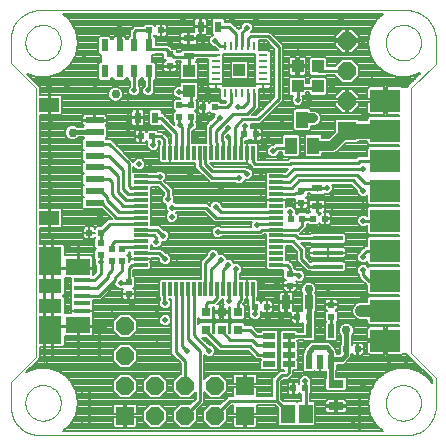
<source format=gtl>
G75*
G70*
%OFA0B0*%
%FSLAX24Y24*%
%IPPOS*%
%LPD*%
%AMOC8*
5,1,8,0,0,1.08239X$1,22.5*
%
%ADD10C,0.0000*%
%ADD11R,0.0236X0.0433*%
%ADD12R,0.0197X0.0236*%
%ADD13R,0.0315X0.0114*%
%ADD14R,0.0114X0.0315*%
%ADD15R,0.0394X0.0394*%
%ADD16R,0.0236X0.0354*%
%ADD17R,0.0354X0.0236*%
%ADD18R,0.0236X0.0197*%
%ADD19R,0.0220X0.0500*%
%ADD20R,0.0394X0.0551*%
%ADD21R,0.0610X0.0236*%
%ADD22R,0.0709X0.0472*%
%ADD23R,0.1000X0.0750*%
%ADD24R,0.0512X0.0276*%
%ADD25R,0.0276X0.0512*%
%ADD26R,0.0543X0.0177*%
%ADD27R,0.0827X0.0581*%
%ADD28R,0.0748X0.0935*%
%ADD29R,0.0748X0.0463*%
%ADD30R,0.1024X0.0157*%
%ADD31R,0.0394X0.0433*%
%ADD32R,0.0315X0.0315*%
%ADD33R,0.0600X0.0600*%
%ADD34OC8,0.0600*%
%ADD35R,0.0460X0.0630*%
%ADD36R,0.0472X0.0118*%
%ADD37R,0.0118X0.0472*%
%ADD38R,0.0400X0.0200*%
%ADD39C,0.0079*%
%ADD40C,0.0198*%
%ADD41C,0.0100*%
%ADD42C,0.0160*%
%ADD43C,0.0295*%
%ADD44C,0.0320*%
%ADD45C,0.0400*%
%ADD46C,0.0500*%
D10*
X011483Y005999D02*
X011483Y006796D01*
X012327Y007639D01*
X012327Y016577D01*
X011483Y017421D01*
X011483Y018203D01*
X011485Y018265D01*
X011491Y018326D01*
X011500Y018387D01*
X011514Y018448D01*
X011531Y018507D01*
X011552Y018565D01*
X011577Y018622D01*
X011605Y018677D01*
X011636Y018730D01*
X011671Y018781D01*
X011709Y018830D01*
X011750Y018877D01*
X011793Y018920D01*
X011840Y018961D01*
X011889Y018999D01*
X011940Y019034D01*
X011993Y019065D01*
X012048Y019093D01*
X012105Y019118D01*
X012163Y019139D01*
X012222Y019156D01*
X012283Y019170D01*
X012344Y019179D01*
X012405Y019185D01*
X012467Y019187D01*
X012467Y019188D02*
X024672Y019188D01*
X024672Y019187D02*
X024734Y019185D01*
X024795Y019179D01*
X024856Y019170D01*
X024917Y019156D01*
X024976Y019139D01*
X025034Y019118D01*
X025091Y019093D01*
X025146Y019065D01*
X025199Y019034D01*
X025250Y018999D01*
X025299Y018961D01*
X025346Y018920D01*
X025389Y018877D01*
X025430Y018830D01*
X025468Y018781D01*
X025503Y018730D01*
X025534Y018677D01*
X025562Y018622D01*
X025587Y018565D01*
X025608Y018507D01*
X025625Y018448D01*
X025639Y018387D01*
X025648Y018326D01*
X025654Y018265D01*
X025656Y018203D01*
X025656Y017406D01*
X024827Y016577D01*
X024827Y007764D01*
X025656Y006935D01*
X025656Y005999D01*
X025654Y005937D01*
X025648Y005876D01*
X025639Y005815D01*
X025625Y005754D01*
X025608Y005695D01*
X025587Y005637D01*
X025562Y005580D01*
X025534Y005525D01*
X025503Y005472D01*
X025468Y005421D01*
X025430Y005372D01*
X025389Y005325D01*
X025346Y005282D01*
X025299Y005241D01*
X025250Y005203D01*
X025199Y005168D01*
X025146Y005137D01*
X025091Y005109D01*
X025034Y005084D01*
X024976Y005063D01*
X024917Y005046D01*
X024856Y005032D01*
X024795Y005023D01*
X024734Y005017D01*
X024672Y005015D01*
X024672Y005014D02*
X012467Y005014D01*
X012467Y005015D02*
X012405Y005017D01*
X012344Y005023D01*
X012283Y005032D01*
X012222Y005046D01*
X012163Y005063D01*
X012105Y005084D01*
X012048Y005109D01*
X011993Y005137D01*
X011940Y005168D01*
X011889Y005203D01*
X011840Y005241D01*
X011793Y005282D01*
X011750Y005325D01*
X011709Y005372D01*
X011671Y005421D01*
X011636Y005472D01*
X011605Y005525D01*
X011577Y005580D01*
X011552Y005637D01*
X011531Y005695D01*
X011514Y005754D01*
X011500Y005815D01*
X011491Y005876D01*
X011485Y005937D01*
X011483Y005999D01*
X011975Y006097D02*
X011977Y006145D01*
X011983Y006193D01*
X011993Y006240D01*
X012006Y006286D01*
X012024Y006331D01*
X012044Y006375D01*
X012069Y006417D01*
X012097Y006456D01*
X012127Y006493D01*
X012161Y006527D01*
X012198Y006559D01*
X012236Y006588D01*
X012277Y006613D01*
X012320Y006635D01*
X012365Y006653D01*
X012411Y006667D01*
X012458Y006678D01*
X012506Y006685D01*
X012554Y006688D01*
X012602Y006687D01*
X012650Y006682D01*
X012698Y006673D01*
X012744Y006661D01*
X012789Y006644D01*
X012833Y006624D01*
X012875Y006601D01*
X012915Y006574D01*
X012953Y006544D01*
X012988Y006511D01*
X013020Y006475D01*
X013050Y006437D01*
X013076Y006396D01*
X013098Y006353D01*
X013118Y006309D01*
X013133Y006264D01*
X013145Y006217D01*
X013153Y006169D01*
X013157Y006121D01*
X013157Y006073D01*
X013153Y006025D01*
X013145Y005977D01*
X013133Y005930D01*
X013118Y005885D01*
X013098Y005841D01*
X013076Y005798D01*
X013050Y005757D01*
X013020Y005719D01*
X012988Y005683D01*
X012953Y005650D01*
X012915Y005620D01*
X012875Y005593D01*
X012833Y005570D01*
X012789Y005550D01*
X012744Y005533D01*
X012698Y005521D01*
X012650Y005512D01*
X012602Y005507D01*
X012554Y005506D01*
X012506Y005509D01*
X012458Y005516D01*
X012411Y005527D01*
X012365Y005541D01*
X012320Y005559D01*
X012277Y005581D01*
X012236Y005606D01*
X012198Y005635D01*
X012161Y005667D01*
X012127Y005701D01*
X012097Y005738D01*
X012069Y005777D01*
X012044Y005819D01*
X012024Y005863D01*
X012006Y005908D01*
X011993Y005954D01*
X011983Y006001D01*
X011977Y006049D01*
X011975Y006097D01*
X023983Y006097D02*
X023985Y006145D01*
X023991Y006193D01*
X024001Y006240D01*
X024014Y006286D01*
X024032Y006331D01*
X024052Y006375D01*
X024077Y006417D01*
X024105Y006456D01*
X024135Y006493D01*
X024169Y006527D01*
X024206Y006559D01*
X024244Y006588D01*
X024285Y006613D01*
X024328Y006635D01*
X024373Y006653D01*
X024419Y006667D01*
X024466Y006678D01*
X024514Y006685D01*
X024562Y006688D01*
X024610Y006687D01*
X024658Y006682D01*
X024706Y006673D01*
X024752Y006661D01*
X024797Y006644D01*
X024841Y006624D01*
X024883Y006601D01*
X024923Y006574D01*
X024961Y006544D01*
X024996Y006511D01*
X025028Y006475D01*
X025058Y006437D01*
X025084Y006396D01*
X025106Y006353D01*
X025126Y006309D01*
X025141Y006264D01*
X025153Y006217D01*
X025161Y006169D01*
X025165Y006121D01*
X025165Y006073D01*
X025161Y006025D01*
X025153Y005977D01*
X025141Y005930D01*
X025126Y005885D01*
X025106Y005841D01*
X025084Y005798D01*
X025058Y005757D01*
X025028Y005719D01*
X024996Y005683D01*
X024961Y005650D01*
X024923Y005620D01*
X024883Y005593D01*
X024841Y005570D01*
X024797Y005550D01*
X024752Y005533D01*
X024706Y005521D01*
X024658Y005512D01*
X024610Y005507D01*
X024562Y005506D01*
X024514Y005509D01*
X024466Y005516D01*
X024419Y005527D01*
X024373Y005541D01*
X024328Y005559D01*
X024285Y005581D01*
X024244Y005606D01*
X024206Y005635D01*
X024169Y005667D01*
X024135Y005701D01*
X024105Y005738D01*
X024077Y005777D01*
X024052Y005819D01*
X024032Y005863D01*
X024014Y005908D01*
X024001Y005954D01*
X023991Y006001D01*
X023985Y006049D01*
X023983Y006097D01*
X023983Y018105D02*
X023985Y018153D01*
X023991Y018201D01*
X024001Y018248D01*
X024014Y018294D01*
X024032Y018339D01*
X024052Y018383D01*
X024077Y018425D01*
X024105Y018464D01*
X024135Y018501D01*
X024169Y018535D01*
X024206Y018567D01*
X024244Y018596D01*
X024285Y018621D01*
X024328Y018643D01*
X024373Y018661D01*
X024419Y018675D01*
X024466Y018686D01*
X024514Y018693D01*
X024562Y018696D01*
X024610Y018695D01*
X024658Y018690D01*
X024706Y018681D01*
X024752Y018669D01*
X024797Y018652D01*
X024841Y018632D01*
X024883Y018609D01*
X024923Y018582D01*
X024961Y018552D01*
X024996Y018519D01*
X025028Y018483D01*
X025058Y018445D01*
X025084Y018404D01*
X025106Y018361D01*
X025126Y018317D01*
X025141Y018272D01*
X025153Y018225D01*
X025161Y018177D01*
X025165Y018129D01*
X025165Y018081D01*
X025161Y018033D01*
X025153Y017985D01*
X025141Y017938D01*
X025126Y017893D01*
X025106Y017849D01*
X025084Y017806D01*
X025058Y017765D01*
X025028Y017727D01*
X024996Y017691D01*
X024961Y017658D01*
X024923Y017628D01*
X024883Y017601D01*
X024841Y017578D01*
X024797Y017558D01*
X024752Y017541D01*
X024706Y017529D01*
X024658Y017520D01*
X024610Y017515D01*
X024562Y017514D01*
X024514Y017517D01*
X024466Y017524D01*
X024419Y017535D01*
X024373Y017549D01*
X024328Y017567D01*
X024285Y017589D01*
X024244Y017614D01*
X024206Y017643D01*
X024169Y017675D01*
X024135Y017709D01*
X024105Y017746D01*
X024077Y017785D01*
X024052Y017827D01*
X024032Y017871D01*
X024014Y017916D01*
X024001Y017962D01*
X023991Y018009D01*
X023985Y018057D01*
X023983Y018105D01*
X011975Y018105D02*
X011977Y018153D01*
X011983Y018201D01*
X011993Y018248D01*
X012006Y018294D01*
X012024Y018339D01*
X012044Y018383D01*
X012069Y018425D01*
X012097Y018464D01*
X012127Y018501D01*
X012161Y018535D01*
X012198Y018567D01*
X012236Y018596D01*
X012277Y018621D01*
X012320Y018643D01*
X012365Y018661D01*
X012411Y018675D01*
X012458Y018686D01*
X012506Y018693D01*
X012554Y018696D01*
X012602Y018695D01*
X012650Y018690D01*
X012698Y018681D01*
X012744Y018669D01*
X012789Y018652D01*
X012833Y018632D01*
X012875Y018609D01*
X012915Y018582D01*
X012953Y018552D01*
X012988Y018519D01*
X013020Y018483D01*
X013050Y018445D01*
X013076Y018404D01*
X013098Y018361D01*
X013118Y018317D01*
X013133Y018272D01*
X013145Y018225D01*
X013153Y018177D01*
X013157Y018129D01*
X013157Y018081D01*
X013153Y018033D01*
X013145Y017985D01*
X013133Y017938D01*
X013118Y017893D01*
X013098Y017849D01*
X013076Y017806D01*
X013050Y017765D01*
X013020Y017727D01*
X012988Y017691D01*
X012953Y017658D01*
X012915Y017628D01*
X012875Y017601D01*
X012833Y017578D01*
X012789Y017558D01*
X012744Y017541D01*
X012698Y017529D01*
X012650Y017520D01*
X012602Y017515D01*
X012554Y017514D01*
X012506Y017517D01*
X012458Y017524D01*
X012411Y017535D01*
X012365Y017549D01*
X012320Y017567D01*
X012277Y017589D01*
X012236Y017614D01*
X012198Y017643D01*
X012161Y017675D01*
X012127Y017709D01*
X012097Y017746D01*
X012069Y017785D01*
X012044Y017827D01*
X012024Y017871D01*
X012006Y017916D01*
X011993Y017962D01*
X011983Y018009D01*
X011977Y018057D01*
X011975Y018105D01*
D11*
X014620Y018010D03*
X015112Y018010D03*
X015604Y018010D03*
X016096Y018010D03*
X016096Y017144D03*
X015604Y017144D03*
X015112Y017144D03*
X014620Y017144D03*
D12*
X016099Y018514D03*
X016492Y018514D03*
X017911Y015952D03*
X018305Y015952D03*
X019255Y015046D03*
X019649Y015046D03*
X016211Y014983D03*
X015818Y014983D03*
X014492Y011764D03*
X014099Y011764D03*
X019630Y009296D03*
X020024Y009296D03*
X021036Y008952D03*
X021430Y008952D03*
X022661Y007889D03*
X023055Y007889D03*
X021305Y006577D03*
X020911Y006577D03*
X020818Y012233D03*
X021211Y012233D03*
X021568Y012233D03*
X021961Y012233D03*
D13*
X019896Y016710D03*
X019896Y016907D03*
X019896Y017103D03*
X019896Y017300D03*
X019896Y017497D03*
X019896Y017694D03*
X018321Y017694D03*
X018321Y017497D03*
X018321Y017300D03*
X018321Y017103D03*
X018321Y016907D03*
X018321Y016710D03*
D14*
X018616Y016414D03*
X018813Y016414D03*
X019010Y016414D03*
X019207Y016414D03*
X019403Y016414D03*
X019600Y016414D03*
X019600Y017989D03*
X019403Y017989D03*
X019207Y017989D03*
X019010Y017989D03*
X018813Y017989D03*
X018616Y017989D03*
D15*
X019108Y017202D03*
D16*
X018403Y018639D03*
X017813Y018639D03*
X016310Y015608D03*
X015719Y015608D03*
D17*
X017421Y017657D03*
X017421Y018247D03*
X021702Y013247D03*
X021702Y012657D03*
D18*
X021171Y012755D03*
X021171Y013149D03*
X017483Y015630D03*
X017108Y015630D03*
X017108Y016024D03*
X017483Y016024D03*
X016796Y017318D03*
X016796Y017711D03*
X014483Y011430D03*
X014858Y011211D03*
X015202Y011211D03*
X015202Y010818D03*
X014858Y010818D03*
X014483Y011036D03*
X015421Y010117D03*
X015421Y009724D03*
X020796Y010005D03*
X020796Y010399D03*
X022171Y009367D03*
X022171Y008974D03*
D19*
X022166Y008493D03*
X021426Y008493D03*
X021426Y007473D03*
X021796Y007473D03*
X022166Y007473D03*
D20*
X021576Y014675D03*
X020828Y014675D03*
X021202Y015541D03*
D21*
X014279Y015517D03*
X014279Y015124D03*
X014279Y014730D03*
X014279Y014336D03*
X014279Y013943D03*
X014279Y013549D03*
X014279Y013155D03*
X014279Y012761D03*
D22*
X012754Y012250D03*
X012754Y016029D03*
D23*
X023977Y016171D03*
X023977Y015171D03*
X023977Y014171D03*
X023977Y013171D03*
X023977Y012171D03*
X023977Y011171D03*
X023977Y010171D03*
X023977Y009171D03*
X023977Y008171D03*
D24*
X022327Y006732D03*
X022327Y005984D03*
D25*
X021420Y009452D03*
X020672Y009452D03*
D26*
X013858Y009415D03*
X013858Y009671D03*
X013858Y009927D03*
X013858Y010182D03*
X013858Y009159D03*
D27*
X013716Y008701D03*
X013716Y010640D03*
D28*
X012811Y010817D03*
X012811Y008524D03*
D29*
X012811Y009336D03*
X012811Y009993D03*
D30*
X022046Y010636D03*
X022046Y011108D03*
X022046Y011581D03*
D31*
X017421Y016492D03*
X017421Y017162D03*
X021046Y017318D03*
X021733Y017318D03*
X021733Y016648D03*
X021046Y016648D03*
D32*
X019046Y009122D03*
X018514Y009122D03*
X017983Y009122D03*
X017983Y008532D03*
X018514Y008532D03*
X019046Y008532D03*
D33*
X019296Y006671D03*
X019296Y005671D03*
X015296Y005671D03*
X022702Y015171D03*
D34*
X022702Y016171D03*
X022702Y017171D03*
X022702Y018171D03*
X015296Y008671D03*
X015296Y007671D03*
X015296Y006671D03*
X016296Y006671D03*
X017296Y006671D03*
X018296Y006671D03*
X018296Y005671D03*
X017296Y005671D03*
X016296Y005671D03*
D35*
X020714Y005733D03*
X021314Y005733D03*
D36*
X020341Y010694D03*
X020341Y010891D03*
X020341Y011088D03*
X020341Y011285D03*
X020341Y011482D03*
X020341Y011678D03*
X020341Y011875D03*
X020341Y012072D03*
X020341Y012269D03*
X020341Y012466D03*
X020341Y012663D03*
X020341Y012860D03*
X020341Y013056D03*
X020341Y013253D03*
X020341Y013450D03*
X020341Y013647D03*
X015813Y013647D03*
X015813Y013450D03*
X015813Y013253D03*
X015813Y013056D03*
X015813Y012860D03*
X015813Y012663D03*
X015813Y012466D03*
X015813Y012269D03*
X015813Y012072D03*
X015813Y011875D03*
X015813Y011678D03*
X015813Y011482D03*
X015813Y011285D03*
X015813Y011088D03*
X015813Y010891D03*
X015813Y010694D03*
D37*
X016600Y009907D03*
X016797Y009907D03*
X016994Y009907D03*
X017191Y009907D03*
X017388Y009907D03*
X017585Y009907D03*
X017782Y009907D03*
X017978Y009907D03*
X018175Y009907D03*
X018372Y009907D03*
X018569Y009907D03*
X018766Y009907D03*
X018963Y009907D03*
X019160Y009907D03*
X019356Y009907D03*
X019553Y009907D03*
X019553Y014434D03*
X019356Y014434D03*
X019160Y014434D03*
X018963Y014434D03*
X018766Y014434D03*
X018569Y014434D03*
X018372Y014434D03*
X018175Y014434D03*
X017978Y014434D03*
X017782Y014434D03*
X017585Y014434D03*
X017388Y014434D03*
X017191Y014434D03*
X016994Y014434D03*
X016797Y014434D03*
X016600Y014434D03*
D38*
X020108Y008327D03*
X020108Y008012D03*
X020758Y008012D03*
X020758Y008327D03*
X020758Y007697D03*
X020758Y007382D03*
X020108Y007382D03*
X020108Y007697D03*
D39*
X020407Y007718D02*
X020459Y007718D01*
X020459Y007795D02*
X020407Y007795D01*
X020407Y007838D02*
X020391Y007854D01*
X020407Y007871D01*
X020407Y008153D01*
X020391Y008169D01*
X020407Y008186D01*
X020407Y008468D01*
X020349Y008526D01*
X019867Y008526D01*
X019817Y008476D01*
X019732Y008476D01*
X019528Y008681D01*
X019302Y008681D01*
X019302Y008730D01*
X019244Y008788D01*
X018847Y008788D01*
X018789Y008730D01*
X018789Y008420D01*
X018771Y008438D01*
X018771Y008730D01*
X018713Y008788D01*
X018316Y008788D01*
X018258Y008730D01*
X018258Y008420D01*
X018240Y008438D01*
X018240Y008730D01*
X018182Y008788D01*
X017784Y008788D01*
X017734Y008738D01*
X017734Y008916D01*
X017784Y008865D01*
X018182Y008865D01*
X018240Y008924D01*
X018240Y009303D01*
X018259Y009303D01*
X018258Y009299D01*
X018258Y009162D01*
X018475Y009162D01*
X018475Y009379D01*
X018371Y009379D01*
X018382Y009390D01*
X018522Y009529D01*
X018522Y009571D01*
X018572Y009571D01*
X018566Y009565D01*
X018566Y009401D01*
X018588Y009379D01*
X018554Y009379D01*
X018554Y009162D01*
X018475Y009162D01*
X018475Y009083D01*
X018258Y009083D01*
X018258Y008945D01*
X018273Y008908D01*
X018301Y008880D01*
X018337Y008865D01*
X018475Y008865D01*
X018475Y009083D01*
X018554Y009083D01*
X018554Y009162D01*
X018771Y009162D01*
X018771Y009285D01*
X018789Y009285D01*
X018789Y008924D01*
X018847Y008865D01*
X019244Y008865D01*
X019302Y008924D01*
X019302Y009321D01*
X019244Y009379D01*
X019215Y009379D01*
X019309Y009473D01*
X019309Y009571D01*
X019356Y009571D01*
X019356Y009907D01*
X019356Y010242D01*
X019278Y010242D01*
X019265Y010237D01*
X019260Y010242D01*
X019112Y010242D01*
X019112Y010394D01*
X019182Y010463D01*
X019182Y010628D01*
X019065Y010744D01*
X018932Y010744D01*
X018932Y010784D01*
X018815Y010900D01*
X018682Y010900D01*
X018682Y010940D01*
X018565Y011057D01*
X018432Y011057D01*
X018432Y011097D01*
X018315Y011213D01*
X018151Y011213D01*
X018035Y011097D01*
X018035Y011027D01*
X017829Y010822D01*
X017829Y010242D01*
X016500Y010242D01*
X016442Y010184D01*
X016442Y009629D01*
X016451Y009620D01*
X016451Y009513D01*
X016441Y009503D01*
X016441Y009338D01*
X016557Y009222D01*
X016722Y009222D01*
X016838Y009338D01*
X016838Y009503D01*
X016769Y009571D01*
X016845Y009571D01*
X016845Y007723D01*
X017146Y007421D01*
X017146Y007070D01*
X017130Y007070D01*
X016896Y006836D01*
X016896Y006505D01*
X017130Y006271D01*
X017461Y006271D01*
X017646Y006456D01*
X017646Y006232D01*
X017472Y006059D01*
X017461Y006070D01*
X017130Y006070D01*
X016896Y005836D01*
X016896Y005505D01*
X017130Y005271D01*
X017461Y005271D01*
X017695Y005505D01*
X017695Y005836D01*
X017684Y005847D01*
X017945Y006109D01*
X017945Y006456D01*
X018130Y006271D01*
X018461Y006271D01*
X018695Y006505D01*
X018695Y006836D01*
X018461Y007070D01*
X018130Y007070D01*
X017945Y006885D01*
X017945Y007709D01*
X018026Y007628D01*
X018190Y007628D01*
X018307Y007745D01*
X018307Y007909D01*
X018190Y008025D01*
X018121Y008025D01*
X017871Y008275D01*
X017980Y008275D01*
X018334Y007921D01*
X018421Y007834D01*
X019390Y007834D01*
X019589Y007635D01*
X019676Y007548D01*
X019817Y007548D01*
X019825Y007539D01*
X019809Y007523D01*
X019809Y007241D01*
X019867Y007183D01*
X020349Y007183D01*
X020407Y007241D01*
X020407Y007523D01*
X020391Y007539D01*
X020407Y007556D01*
X020407Y007838D01*
X020407Y007872D02*
X020459Y007872D01*
X020459Y007871D02*
X020475Y007854D01*
X020459Y007838D01*
X020459Y007556D01*
X020475Y007539D01*
X020459Y007523D01*
X020459Y007241D01*
X020517Y007183D01*
X020609Y007183D01*
X020609Y007164D01*
X020609Y007164D01*
X020452Y007164D01*
X020296Y007007D01*
X020209Y006920D01*
X020209Y006320D01*
X019682Y006320D01*
X019695Y006351D01*
X019695Y006631D01*
X019335Y006631D01*
X019335Y006710D01*
X019256Y006710D01*
X019256Y006631D01*
X018896Y006631D01*
X018896Y006351D01*
X018909Y006320D01*
X018734Y006320D01*
X018646Y006232D01*
X018472Y006059D01*
X018461Y006070D01*
X018130Y006070D01*
X017896Y005836D01*
X017896Y005505D01*
X018130Y005271D01*
X018461Y005271D01*
X018695Y005505D01*
X018695Y005836D01*
X018684Y005847D01*
X018857Y006021D01*
X018909Y006021D01*
X018896Y005990D01*
X018896Y005710D01*
X019256Y005710D01*
X019256Y005631D01*
X018896Y005631D01*
X018896Y005351D01*
X018911Y005314D01*
X018939Y005286D01*
X018976Y005271D01*
X019256Y005271D01*
X019256Y005631D01*
X019335Y005631D01*
X019335Y005271D01*
X019615Y005271D01*
X019652Y005286D01*
X019680Y005314D01*
X019695Y005351D01*
X019695Y005631D01*
X019335Y005631D01*
X019335Y005710D01*
X019695Y005710D01*
X019695Y005990D01*
X019682Y006021D01*
X020296Y006021D01*
X020385Y005932D01*
X020385Y005377D01*
X020443Y005319D01*
X020986Y005319D01*
X021014Y005348D01*
X021043Y005319D01*
X021586Y005319D01*
X021644Y005377D01*
X021644Y006089D01*
X021586Y006147D01*
X021476Y006147D01*
X021476Y006391D01*
X021503Y006418D01*
X021503Y006736D01*
X021494Y006745D01*
X021494Y006909D01*
X021378Y007025D01*
X021213Y007025D01*
X021097Y006909D01*
X021097Y006745D01*
X021107Y006735D01*
X021107Y006719D01*
X021094Y006751D01*
X021066Y006779D01*
X021029Y006794D01*
X020921Y006794D01*
X020921Y006587D01*
X020901Y006587D01*
X020901Y006567D01*
X020713Y006567D01*
X020713Y006439D01*
X020729Y006402D01*
X020757Y006375D01*
X020793Y006359D01*
X020901Y006359D01*
X020901Y006567D01*
X020921Y006567D01*
X020921Y006359D01*
X021029Y006359D01*
X021066Y006375D01*
X021094Y006402D01*
X021107Y006434D01*
X021107Y006418D01*
X021165Y006359D01*
X021178Y006359D01*
X021178Y006147D01*
X021043Y006147D01*
X021014Y006119D01*
X020986Y006147D01*
X020592Y006147D01*
X020507Y006232D01*
X020507Y006796D01*
X020576Y006865D01*
X020732Y006865D01*
X020820Y006952D01*
X020907Y007040D01*
X020907Y007183D01*
X020999Y007183D01*
X021057Y007241D01*
X021057Y007523D01*
X021041Y007539D01*
X021057Y007556D01*
X021057Y007838D01*
X021041Y007854D01*
X021057Y007871D01*
X021057Y008153D01*
X021041Y008169D01*
X021049Y008178D01*
X021241Y008178D01*
X021274Y008144D01*
X021577Y008144D01*
X021635Y008202D01*
X021635Y008784D01*
X021627Y008792D01*
X021628Y008793D01*
X021628Y009111D01*
X021620Y009118D01*
X021657Y009155D01*
X021657Y009749D01*
X021638Y009768D01*
X021668Y009840D01*
X021668Y009939D01*
X021630Y010029D01*
X021561Y010099D01*
X021470Y010136D01*
X021371Y010136D01*
X021281Y010099D01*
X021211Y010029D01*
X021174Y009939D01*
X021174Y009840D01*
X021203Y009769D01*
X021182Y009749D01*
X021182Y009158D01*
X021154Y009169D01*
X021046Y009169D01*
X021046Y008962D01*
X021026Y008962D01*
X021026Y008942D01*
X020838Y008942D01*
X020838Y008814D01*
X020854Y008777D01*
X020882Y008750D01*
X020918Y008734D01*
X021026Y008734D01*
X021026Y008942D01*
X021046Y008942D01*
X021046Y008734D01*
X021154Y008734D01*
X021191Y008750D01*
X021216Y008775D01*
X021216Y008476D01*
X021049Y008476D01*
X020999Y008526D01*
X020517Y008526D01*
X020459Y008468D01*
X020459Y008186D01*
X020475Y008169D01*
X020459Y008153D01*
X020459Y007871D01*
X020459Y007950D02*
X020407Y007950D01*
X020407Y008027D02*
X020459Y008027D01*
X020459Y008104D02*
X020407Y008104D01*
X020403Y008181D02*
X020463Y008181D01*
X020459Y008258D02*
X020407Y008258D01*
X020407Y008336D02*
X020459Y008336D01*
X020459Y008413D02*
X020407Y008413D01*
X020385Y008490D02*
X020481Y008490D01*
X020845Y008799D02*
X017734Y008799D01*
X017734Y008876D02*
X017773Y008876D01*
X018193Y008876D02*
X018310Y008876D01*
X018258Y008954D02*
X018240Y008954D01*
X018240Y009031D02*
X018258Y009031D01*
X018240Y009108D02*
X018475Y009108D01*
X018475Y009031D02*
X018554Y009031D01*
X018554Y009083D02*
X018554Y008865D01*
X018692Y008865D01*
X018728Y008880D01*
X018756Y008908D01*
X018771Y008945D01*
X018771Y009083D01*
X018554Y009083D01*
X018554Y009108D02*
X018789Y009108D01*
X018789Y009031D02*
X018771Y009031D01*
X018771Y008954D02*
X018789Y008954D01*
X018836Y008876D02*
X018718Y008876D01*
X018771Y008722D02*
X018789Y008722D01*
X018789Y008645D02*
X018771Y008645D01*
X018771Y008567D02*
X018789Y008567D01*
X018789Y008490D02*
X018771Y008490D01*
X019302Y008722D02*
X021216Y008722D01*
X021216Y008645D02*
X019564Y008645D01*
X019641Y008567D02*
X021216Y008567D01*
X021216Y008490D02*
X021035Y008490D01*
X021026Y008799D02*
X021046Y008799D01*
X021046Y008876D02*
X021026Y008876D01*
X021026Y008954D02*
X019828Y008954D01*
X019838Y008963D02*
X019838Y009128D01*
X019828Y009138D01*
X019828Y009153D01*
X019841Y009121D01*
X019869Y009093D01*
X019906Y009078D01*
X020014Y009078D01*
X020014Y009286D01*
X020034Y009286D01*
X020034Y009305D01*
X020222Y009305D01*
X020222Y009433D01*
X020206Y009470D01*
X020178Y009498D01*
X020142Y009513D01*
X020034Y009513D01*
X020034Y009305D01*
X020014Y009305D01*
X020014Y009513D01*
X019906Y009513D01*
X019869Y009498D01*
X019841Y009470D01*
X019828Y009438D01*
X019828Y009455D01*
X019770Y009513D01*
X019703Y009513D01*
X019703Y009620D01*
X019712Y009629D01*
X019712Y010184D01*
X019653Y010242D01*
X019453Y010242D01*
X019448Y010237D01*
X019435Y010242D01*
X019356Y010242D01*
X019356Y009907D01*
X019356Y009907D01*
X019356Y009907D01*
X019356Y009571D01*
X019404Y009571D01*
X019404Y009311D01*
X019432Y009282D01*
X019432Y009136D01*
X019441Y009128D01*
X019441Y008963D01*
X019557Y008847D01*
X019722Y008847D01*
X019838Y008963D01*
X019838Y009031D02*
X020838Y009031D01*
X020838Y009090D02*
X020838Y008962D01*
X021026Y008962D01*
X021026Y009169D01*
X020918Y009169D01*
X020903Y009163D01*
X020909Y009176D01*
X020909Y009422D01*
X020701Y009422D01*
X020701Y009097D01*
X020829Y009097D01*
X020844Y009103D01*
X020838Y009090D01*
X020909Y009185D02*
X021182Y009185D01*
X021182Y009263D02*
X020909Y009263D01*
X020909Y009340D02*
X021182Y009340D01*
X021182Y009417D02*
X020909Y009417D01*
X020909Y009481D02*
X020909Y009728D01*
X020894Y009764D01*
X020866Y009792D01*
X020829Y009807D01*
X020701Y009807D01*
X020701Y009481D01*
X020909Y009481D01*
X020909Y009494D02*
X021182Y009494D01*
X021182Y009572D02*
X020909Y009572D01*
X020909Y009649D02*
X021182Y009649D01*
X021182Y009726D02*
X020909Y009726D01*
X020933Y009807D02*
X020970Y009822D01*
X020998Y009850D01*
X021013Y009887D01*
X021013Y009995D01*
X020805Y009995D01*
X020805Y009807D01*
X020933Y009807D01*
X020839Y009803D02*
X021189Y009803D01*
X021174Y009881D02*
X021010Y009881D01*
X021013Y009958D02*
X021182Y009958D01*
X021217Y010035D02*
X021013Y010035D01*
X021013Y010015D02*
X021013Y010123D01*
X021000Y010154D01*
X021026Y010128D01*
X021190Y010128D01*
X021307Y010245D01*
X021307Y010409D01*
X021190Y010525D01*
X021121Y010525D01*
X021107Y010539D01*
X021013Y010539D01*
X020955Y010597D01*
X020945Y010597D01*
X020945Y010670D01*
X020857Y010757D01*
X020771Y010844D01*
X020676Y010844D01*
X020676Y011332D01*
X020829Y011332D01*
X021021Y011140D01*
X021021Y010827D01*
X021271Y010577D01*
X021359Y010490D01*
X021460Y010490D01*
X021493Y010458D01*
X022599Y010458D01*
X022657Y010516D01*
X022657Y010756D01*
X022599Y010814D01*
X021493Y010814D01*
X021475Y010796D01*
X021320Y010951D01*
X021320Y011264D01*
X021232Y011351D01*
X021156Y011428D01*
X021468Y011428D01*
X021493Y011402D01*
X022599Y011402D01*
X022657Y011461D01*
X022657Y011700D01*
X022599Y011759D01*
X021493Y011759D01*
X021460Y011726D01*
X021139Y011726D01*
X021132Y011733D01*
X021264Y011865D01*
X021351Y011952D01*
X021351Y012016D01*
X021389Y012054D01*
X021428Y012016D01*
X021707Y012016D01*
X021765Y012074D01*
X021765Y012091D01*
X021779Y012059D01*
X021807Y012031D01*
X021843Y012016D01*
X021951Y012016D01*
X021951Y012223D01*
X021971Y012223D01*
X021971Y012016D01*
X022079Y012016D01*
X022116Y012031D01*
X022144Y012059D01*
X022159Y012095D01*
X022159Y012223D01*
X021971Y012223D01*
X021971Y012243D01*
X021951Y012243D01*
X021951Y012451D01*
X021927Y012451D01*
X021935Y012454D01*
X021963Y012482D01*
X021978Y012519D01*
X021978Y012637D01*
X021722Y012637D01*
X021722Y012676D01*
X021978Y012676D01*
X021978Y012794D01*
X021963Y012831D01*
X021935Y012859D01*
X021899Y012874D01*
X021722Y012874D01*
X021722Y012676D01*
X021682Y012676D01*
X021682Y012637D01*
X021425Y012637D01*
X021425Y012519D01*
X021440Y012482D01*
X021468Y012454D01*
X021477Y012451D01*
X021428Y012451D01*
X021389Y012412D01*
X021351Y012451D01*
X021072Y012451D01*
X021014Y012393D01*
X020994Y012414D01*
X020994Y012534D01*
X020878Y012650D01*
X020713Y012650D01*
X020676Y012613D01*
X020676Y012763D01*
X020671Y012768D01*
X020676Y012781D01*
X020676Y012860D01*
X020676Y012907D01*
X020967Y012907D01*
X020953Y012873D01*
X020953Y012765D01*
X021161Y012765D01*
X021161Y012745D01*
X021180Y012745D01*
X021180Y012557D01*
X021308Y012557D01*
X021345Y012572D01*
X021373Y012600D01*
X021388Y012637D01*
X021388Y012745D01*
X021180Y012745D01*
X021180Y012765D01*
X021388Y012765D01*
X021388Y012873D01*
X021373Y012910D01*
X021345Y012938D01*
X021313Y012951D01*
X021330Y012951D01*
X021388Y013009D01*
X021388Y013084D01*
X021429Y013084D01*
X021484Y013030D01*
X021920Y013030D01*
X021956Y013066D01*
X022097Y013066D01*
X022213Y013182D01*
X022213Y013347D01*
X022194Y013365D01*
X022827Y013365D01*
X023035Y013158D01*
X023035Y013088D01*
X023151Y012972D01*
X023315Y012972D01*
X023378Y013034D01*
X023378Y012754D01*
X023436Y012696D01*
X024413Y012696D01*
X024413Y012645D01*
X023436Y012645D01*
X023378Y012587D01*
X023378Y012320D01*
X023364Y012320D01*
X023315Y012369D01*
X023151Y012369D01*
X023035Y012253D01*
X023035Y012088D01*
X023151Y011972D01*
X023315Y011972D01*
X023364Y012021D01*
X023378Y012021D01*
X023378Y011754D01*
X023436Y011696D01*
X024413Y011696D01*
X024413Y011645D01*
X023436Y011645D01*
X023378Y011587D01*
X023378Y011320D01*
X023296Y011320D01*
X023171Y011195D01*
X023084Y011107D01*
X023084Y011083D01*
X023035Y011034D01*
X023035Y010870D01*
X023151Y010753D01*
X023315Y010753D01*
X023378Y010816D01*
X023378Y010754D01*
X023436Y010696D01*
X024413Y010696D01*
X024413Y010645D01*
X023436Y010645D01*
X023409Y010619D01*
X023315Y010713D01*
X023151Y010713D01*
X023035Y010597D01*
X023035Y010432D01*
X023084Y010383D01*
X023084Y010296D01*
X023171Y010209D01*
X023359Y010021D01*
X023378Y010021D01*
X023378Y009754D01*
X023436Y009696D01*
X024413Y009696D01*
X024413Y009645D01*
X023436Y009645D01*
X023378Y009587D01*
X023378Y009470D01*
X023111Y009470D01*
X023001Y009424D01*
X022917Y009340D01*
X022871Y009230D01*
X022871Y009111D01*
X022917Y009001D01*
X023001Y008917D01*
X023111Y008871D01*
X023378Y008871D01*
X023378Y008754D01*
X023436Y008696D01*
X024413Y008696D01*
X024413Y008645D01*
X024016Y008645D01*
X024016Y008210D01*
X023938Y008210D01*
X023938Y008645D01*
X023457Y008645D01*
X023421Y008630D01*
X023393Y008602D01*
X023378Y008565D01*
X023378Y008210D01*
X023937Y008210D01*
X023937Y008131D01*
X023378Y008131D01*
X023378Y007776D01*
X023393Y007739D01*
X023421Y007711D01*
X023457Y007696D01*
X023938Y007696D01*
X023938Y008131D01*
X024016Y008131D01*
X024016Y007696D01*
X024497Y007696D01*
X024533Y007711D01*
X024540Y007718D01*
X024688Y007718D01*
X024688Y007707D01*
X025517Y006877D01*
X025517Y006772D01*
X025472Y006850D01*
X025160Y007112D01*
X025160Y007112D01*
X024777Y007251D01*
X024370Y007251D01*
X023988Y007112D01*
X023988Y007112D01*
X023676Y006850D01*
X023472Y006498D01*
X023402Y006097D01*
X023472Y005696D01*
X023676Y005344D01*
X023902Y005154D01*
X013237Y005154D01*
X013464Y005344D01*
X013667Y005696D01*
X013667Y005696D01*
X013738Y006097D01*
X013667Y006498D01*
X013464Y006850D01*
X013464Y006850D01*
X013464Y006850D01*
X013152Y007112D01*
X013152Y007112D01*
X012769Y007251D01*
X012362Y007251D01*
X012006Y007122D01*
X012385Y007500D01*
X012466Y007582D01*
X012466Y007957D01*
X013226Y007957D01*
X013284Y008015D01*
X013284Y008311D01*
X014171Y008311D01*
X014229Y008370D01*
X014229Y009033D01*
X014224Y009038D01*
X014229Y009050D01*
X014229Y009154D01*
X013863Y009154D01*
X013863Y009164D01*
X014229Y009164D01*
X014229Y009267D01*
X014224Y009280D01*
X014229Y009285D01*
X014229Y009521D01*
X014482Y009521D01*
X014972Y010011D01*
X014972Y009995D01*
X015088Y009878D01*
X015218Y009878D01*
X015203Y009842D01*
X015203Y009734D01*
X015411Y009734D01*
X015411Y009714D01*
X015430Y009714D01*
X015430Y009526D01*
X015558Y009526D01*
X015595Y009541D01*
X015623Y009569D01*
X015638Y009606D01*
X015638Y009714D01*
X015430Y009714D01*
X015430Y009734D01*
X015638Y009734D01*
X015638Y009842D01*
X015623Y009878D01*
X015595Y009906D01*
X015563Y009920D01*
X015580Y009920D01*
X015638Y009978D01*
X015638Y010257D01*
X015580Y010315D01*
X015570Y010315D01*
X015570Y010515D01*
X015591Y010536D01*
X016090Y010536D01*
X016149Y010594D01*
X016149Y010794D01*
X016143Y010800D01*
X016149Y010812D01*
X016149Y010891D01*
X015813Y010891D01*
X015478Y010891D01*
X015478Y010844D01*
X015476Y010844D01*
X015419Y010787D01*
X015419Y010957D01*
X015362Y011014D01*
X015419Y011072D01*
X015419Y011135D01*
X015478Y011135D01*
X015478Y010988D01*
X015483Y010983D01*
X015478Y010970D01*
X015478Y010891D01*
X015813Y010891D01*
X015813Y010891D01*
X015813Y010891D01*
X016149Y010891D01*
X016149Y010939D01*
X016379Y010939D01*
X016441Y010877D01*
X016441Y010807D01*
X016557Y010691D01*
X016722Y010691D01*
X016838Y010807D01*
X016838Y010972D01*
X016722Y011088D01*
X016652Y011088D01*
X016503Y011237D01*
X016149Y011237D01*
X016149Y011349D01*
X016245Y011253D01*
X016409Y011253D01*
X016525Y011370D01*
X016525Y011472D01*
X016659Y011472D01*
X016775Y011588D01*
X016775Y011753D01*
X016659Y011869D01*
X016590Y011869D01*
X016522Y011937D01*
X016434Y012025D01*
X016149Y012025D01*
X016149Y013301D01*
X016392Y013301D01*
X016584Y013109D01*
X016584Y013021D01*
X016535Y012972D01*
X016535Y012807D01*
X016651Y012691D01*
X016660Y012691D01*
X016660Y012690D01*
X016660Y012526D01*
X016734Y012452D01*
X016660Y012378D01*
X016660Y012213D01*
X016776Y012097D01*
X016940Y012097D01*
X017057Y012213D01*
X017057Y012378D01*
X016982Y012452D01*
X016989Y012459D01*
X017921Y012459D01*
X018260Y012120D01*
X019527Y012120D01*
X019503Y012097D01*
X019503Y011945D01*
X018521Y011945D01*
X018472Y011994D01*
X018307Y011994D01*
X018191Y011878D01*
X018191Y011713D01*
X018307Y011597D01*
X018472Y011597D01*
X018521Y011646D01*
X019857Y011646D01*
X019937Y011726D01*
X020005Y011726D01*
X020005Y010594D01*
X020063Y010536D01*
X020578Y010536D01*
X020578Y010259D01*
X020636Y010201D01*
X020653Y010201D01*
X020621Y010188D01*
X020593Y010160D01*
X020578Y010123D01*
X020578Y010015D01*
X020786Y010015D01*
X020786Y009995D01*
X020805Y009995D01*
X020805Y010015D01*
X021013Y010015D01*
X021013Y010112D02*
X021313Y010112D01*
X021251Y010189D02*
X023191Y010189D01*
X023268Y010112D02*
X021528Y010112D01*
X021624Y010035D02*
X023345Y010035D01*
X023378Y009958D02*
X021660Y009958D01*
X021668Y009881D02*
X023378Y009881D01*
X023378Y009803D02*
X021652Y009803D01*
X021657Y009726D02*
X023406Y009726D01*
X023378Y009572D02*
X021657Y009572D01*
X021657Y009649D02*
X024413Y009649D01*
X023378Y009494D02*
X022385Y009494D01*
X022388Y009486D02*
X022373Y009522D01*
X022345Y009550D01*
X022308Y009565D01*
X022180Y009565D01*
X022180Y009377D01*
X022161Y009377D01*
X022161Y009358D01*
X021953Y009358D01*
X021953Y009249D01*
X021968Y009213D01*
X021996Y009185D01*
X022028Y009172D01*
X022011Y009172D01*
X021953Y009113D01*
X021953Y008834D01*
X021980Y008808D01*
X021956Y008784D01*
X021956Y008202D01*
X022014Y008144D01*
X022317Y008144D01*
X022375Y008202D01*
X022375Y008784D01*
X022357Y008803D01*
X022388Y008834D01*
X022388Y009113D01*
X022330Y009172D01*
X022313Y009172D01*
X022345Y009185D01*
X022373Y009213D01*
X022388Y009249D01*
X022388Y009358D01*
X022180Y009358D01*
X022180Y009377D01*
X022388Y009377D01*
X022388Y009486D01*
X022388Y009417D02*
X022994Y009417D01*
X022917Y009340D02*
X022388Y009340D01*
X022388Y009263D02*
X022885Y009263D01*
X022871Y009185D02*
X022346Y009185D01*
X022388Y009108D02*
X022872Y009108D01*
X022904Y009031D02*
X022388Y009031D01*
X022388Y008954D02*
X022964Y008954D01*
X023099Y008876D02*
X022388Y008876D01*
X022360Y008799D02*
X023378Y008799D01*
X023410Y008722D02*
X022812Y008722D01*
X022811Y008724D02*
X022720Y008761D01*
X022621Y008761D01*
X022531Y008724D01*
X022461Y008654D01*
X022424Y008564D01*
X022424Y008465D01*
X022461Y008374D01*
X022491Y008344D01*
X022491Y008076D01*
X022463Y008049D01*
X022463Y007748D01*
X022440Y007725D01*
X022375Y007725D01*
X022375Y007764D01*
X022345Y007794D01*
X022345Y007875D01*
X022194Y008026D01*
X022089Y008131D01*
X021503Y008131D01*
X021398Y008026D01*
X021246Y007875D01*
X021246Y007794D01*
X021216Y007764D01*
X021216Y007182D01*
X021274Y007124D01*
X021577Y007124D01*
X021611Y007158D01*
X021629Y007139D01*
X021666Y007124D01*
X021780Y007124D01*
X021780Y007457D01*
X021811Y007457D01*
X021811Y007124D01*
X021925Y007124D01*
X021962Y007139D01*
X021981Y007158D01*
X021986Y007152D01*
X021986Y006926D01*
X021972Y006911D01*
X021972Y006553D01*
X022030Y006495D01*
X022624Y006495D01*
X022682Y006553D01*
X022682Y006911D01*
X022624Y006969D01*
X022345Y006969D01*
X022345Y007152D01*
X022375Y007182D01*
X022375Y007366D01*
X022589Y007366D01*
X022736Y007513D01*
X022841Y007618D01*
X022841Y007712D01*
X022859Y007730D01*
X022859Y007747D01*
X022872Y007715D01*
X022900Y007687D01*
X022937Y007672D01*
X023045Y007672D01*
X023045Y007880D01*
X023065Y007880D01*
X023065Y007899D01*
X023253Y007899D01*
X023253Y008027D01*
X023238Y008064D01*
X023210Y008092D01*
X023173Y008107D01*
X023065Y008107D01*
X023065Y007899D01*
X023045Y007899D01*
X023045Y008107D01*
X022937Y008107D01*
X022900Y008092D01*
X022872Y008064D01*
X022859Y008032D01*
X022859Y008049D01*
X022850Y008058D01*
X022850Y008344D01*
X022880Y008374D01*
X022918Y008465D01*
X022918Y008564D01*
X022880Y008654D01*
X022811Y008724D01*
X022884Y008645D02*
X023456Y008645D01*
X023378Y008567D02*
X022916Y008567D01*
X022918Y008490D02*
X023378Y008490D01*
X023378Y008413D02*
X022896Y008413D01*
X022850Y008336D02*
X023378Y008336D01*
X023378Y008258D02*
X022850Y008258D01*
X022850Y008181D02*
X023937Y008181D01*
X023938Y008104D02*
X024016Y008104D01*
X024016Y008027D02*
X023938Y008027D01*
X023938Y007950D02*
X024016Y007950D01*
X024016Y007872D02*
X023938Y007872D01*
X023938Y007795D02*
X024016Y007795D01*
X024016Y007718D02*
X023938Y007718D01*
X023414Y007718D02*
X023239Y007718D01*
X023238Y007715D02*
X023253Y007751D01*
X023253Y007880D01*
X023065Y007880D01*
X023065Y007672D01*
X023173Y007672D01*
X023210Y007687D01*
X023238Y007715D01*
X023253Y007795D02*
X023378Y007795D01*
X023378Y007872D02*
X023253Y007872D01*
X023253Y007950D02*
X023378Y007950D01*
X023378Y008027D02*
X023253Y008027D01*
X023180Y008104D02*
X023378Y008104D01*
X023065Y008104D02*
X023045Y008104D01*
X023045Y008027D02*
X023065Y008027D01*
X023065Y007950D02*
X023045Y007950D01*
X023045Y007872D02*
X023065Y007872D01*
X023065Y007795D02*
X023045Y007795D01*
X023045Y007718D02*
X023065Y007718D01*
X022871Y007718D02*
X022847Y007718D01*
X022841Y007641D02*
X024754Y007641D01*
X024688Y007718D02*
X024540Y007718D01*
X024831Y007563D02*
X022786Y007563D01*
X022708Y007486D02*
X024908Y007486D01*
X024985Y007409D02*
X022631Y007409D01*
X022375Y007332D02*
X025063Y007332D01*
X025140Y007254D02*
X022375Y007254D01*
X022370Y007177D02*
X024166Y007177D01*
X023973Y007100D02*
X022345Y007100D01*
X022345Y007023D02*
X023881Y007023D01*
X023789Y006945D02*
X022648Y006945D01*
X022682Y006868D02*
X023697Y006868D01*
X023676Y006850D02*
X023676Y006850D01*
X023641Y006791D02*
X022682Y006791D01*
X022682Y006714D02*
X023597Y006714D01*
X023552Y006636D02*
X022682Y006636D01*
X022682Y006559D02*
X023508Y006559D01*
X023472Y006498D02*
X023472Y006498D01*
X023469Y006482D02*
X021503Y006482D01*
X021503Y006559D02*
X021972Y006559D01*
X021972Y006636D02*
X021503Y006636D01*
X021503Y006714D02*
X021972Y006714D01*
X021972Y006791D02*
X021494Y006791D01*
X021494Y006868D02*
X021972Y006868D01*
X021986Y006945D02*
X021458Y006945D01*
X021380Y007023D02*
X021986Y007023D01*
X021986Y007100D02*
X020907Y007100D01*
X020907Y007177D02*
X021221Y007177D01*
X021216Y007254D02*
X021057Y007254D01*
X021057Y007332D02*
X021216Y007332D01*
X021216Y007409D02*
X021057Y007409D01*
X021057Y007486D02*
X021216Y007486D01*
X021216Y007563D02*
X021057Y007563D01*
X021057Y007641D02*
X021216Y007641D01*
X021216Y007718D02*
X021057Y007718D01*
X021057Y007795D02*
X021246Y007795D01*
X021246Y007872D02*
X021057Y007872D01*
X021057Y007950D02*
X021321Y007950D01*
X021398Y008027D02*
X021057Y008027D01*
X021057Y008104D02*
X021475Y008104D01*
X021614Y008181D02*
X021977Y008181D01*
X021956Y008258D02*
X021635Y008258D01*
X021635Y008336D02*
X021956Y008336D01*
X021956Y008413D02*
X021635Y008413D01*
X021635Y008490D02*
X021956Y008490D01*
X021956Y008567D02*
X021635Y008567D01*
X021635Y008645D02*
X021956Y008645D01*
X021956Y008722D02*
X021635Y008722D01*
X021628Y008799D02*
X021971Y008799D01*
X021953Y008876D02*
X021628Y008876D01*
X021628Y008954D02*
X021953Y008954D01*
X021953Y009031D02*
X021628Y009031D01*
X021628Y009108D02*
X021953Y009108D01*
X021996Y009185D02*
X021657Y009185D01*
X021657Y009263D02*
X021953Y009263D01*
X021953Y009340D02*
X021657Y009340D01*
X021657Y009417D02*
X021953Y009417D01*
X021953Y009377D02*
X021953Y009486D01*
X021968Y009522D01*
X021996Y009550D01*
X022033Y009565D01*
X022161Y009565D01*
X022161Y009377D01*
X021953Y009377D01*
X021957Y009494D02*
X021657Y009494D01*
X022161Y009494D02*
X022180Y009494D01*
X022180Y009417D02*
X022161Y009417D01*
X022375Y008722D02*
X022529Y008722D01*
X022457Y008645D02*
X022375Y008645D01*
X022375Y008567D02*
X022425Y008567D01*
X022424Y008490D02*
X022375Y008490D01*
X022375Y008413D02*
X022445Y008413D01*
X022491Y008336D02*
X022375Y008336D01*
X022375Y008258D02*
X022491Y008258D01*
X022491Y008181D02*
X022354Y008181D01*
X022491Y008104D02*
X022116Y008104D01*
X022193Y008027D02*
X022463Y008027D01*
X022463Y007950D02*
X022270Y007950D01*
X022345Y007872D02*
X022463Y007872D01*
X022463Y007795D02*
X022345Y007795D01*
X022850Y008104D02*
X022930Y008104D01*
X023938Y008258D02*
X024016Y008258D01*
X024016Y008336D02*
X023938Y008336D01*
X023938Y008413D02*
X024016Y008413D01*
X024016Y008490D02*
X023938Y008490D01*
X023938Y008567D02*
X024016Y008567D01*
X024016Y008645D02*
X023938Y008645D01*
X024981Y007177D02*
X025217Y007177D01*
X025174Y007100D02*
X025294Y007100D01*
X025266Y007023D02*
X025372Y007023D01*
X025358Y006945D02*
X025449Y006945D01*
X025450Y006868D02*
X025517Y006868D01*
X025506Y006791D02*
X025517Y006791D01*
X023456Y006405D02*
X021490Y006405D01*
X021476Y006327D02*
X023442Y006327D01*
X023429Y006250D02*
X021476Y006250D01*
X021476Y006173D02*
X021985Y006173D01*
X021987Y006178D02*
X021972Y006142D01*
X021972Y006014D01*
X022297Y006014D01*
X022297Y006221D01*
X022051Y006221D01*
X022015Y006206D01*
X021987Y006178D01*
X021972Y006096D02*
X021637Y006096D01*
X021644Y006018D02*
X021972Y006018D01*
X021972Y005955D02*
X021972Y005827D01*
X021987Y005790D01*
X022015Y005762D01*
X022051Y005747D01*
X022297Y005747D01*
X022297Y005955D01*
X021972Y005955D01*
X021972Y005941D02*
X021644Y005941D01*
X021644Y005864D02*
X021972Y005864D01*
X021990Y005787D02*
X021644Y005787D01*
X021644Y005710D02*
X023470Y005710D01*
X023472Y005696D02*
X023472Y005696D01*
X023509Y005632D02*
X021644Y005632D01*
X021644Y005555D02*
X023554Y005555D01*
X023598Y005478D02*
X021644Y005478D01*
X021644Y005401D02*
X023643Y005401D01*
X023676Y005344D02*
X023676Y005344D01*
X023676Y005344D01*
X023700Y005323D02*
X021590Y005323D01*
X021039Y005323D02*
X020990Y005323D01*
X020439Y005323D02*
X019684Y005323D01*
X019695Y005401D02*
X020385Y005401D01*
X020385Y005478D02*
X019695Y005478D01*
X019695Y005555D02*
X020385Y005555D01*
X020385Y005632D02*
X019335Y005632D01*
X019335Y005555D02*
X019256Y005555D01*
X019256Y005478D02*
X019335Y005478D01*
X019335Y005401D02*
X019256Y005401D01*
X019256Y005323D02*
X019335Y005323D01*
X018908Y005323D02*
X018513Y005323D01*
X018590Y005401D02*
X018896Y005401D01*
X018896Y005478D02*
X018668Y005478D01*
X018695Y005555D02*
X018896Y005555D01*
X018695Y005632D02*
X019256Y005632D01*
X019256Y005710D02*
X018695Y005710D01*
X018695Y005787D02*
X018896Y005787D01*
X018896Y005864D02*
X018700Y005864D01*
X018777Y005941D02*
X018896Y005941D01*
X018908Y006018D02*
X018855Y006018D01*
X018646Y006232D02*
X018646Y006232D01*
X018664Y006250D02*
X017945Y006250D01*
X017945Y006173D02*
X018587Y006173D01*
X018509Y006096D02*
X017932Y006096D01*
X017855Y006018D02*
X018079Y006018D01*
X018001Y005941D02*
X017777Y005941D01*
X017700Y005864D02*
X017924Y005864D01*
X017896Y005787D02*
X017695Y005787D01*
X017695Y005710D02*
X017896Y005710D01*
X017896Y005632D02*
X017695Y005632D01*
X017695Y005555D02*
X017896Y005555D01*
X017924Y005478D02*
X017668Y005478D01*
X017590Y005401D02*
X018001Y005401D01*
X018078Y005323D02*
X017513Y005323D01*
X017078Y005323D02*
X016513Y005323D01*
X016461Y005271D02*
X016695Y005505D01*
X016695Y005836D01*
X016461Y006070D01*
X016130Y006070D01*
X015896Y005836D01*
X015896Y005505D01*
X016130Y005271D01*
X016461Y005271D01*
X016590Y005401D02*
X017001Y005401D01*
X016924Y005478D02*
X016668Y005478D01*
X016695Y005555D02*
X016896Y005555D01*
X016896Y005632D02*
X016695Y005632D01*
X016695Y005710D02*
X016896Y005710D01*
X016896Y005787D02*
X016695Y005787D01*
X016667Y005864D02*
X016924Y005864D01*
X017001Y005941D02*
X016590Y005941D01*
X016513Y006018D02*
X017079Y006018D01*
X017074Y006327D02*
X016517Y006327D01*
X016461Y006271D02*
X016695Y006505D01*
X016695Y006836D01*
X016461Y007070D01*
X016130Y007070D01*
X015896Y006836D01*
X015896Y006505D01*
X016130Y006271D01*
X016461Y006271D01*
X016594Y006405D02*
X016997Y006405D01*
X016920Y006482D02*
X016672Y006482D01*
X016695Y006559D02*
X016896Y006559D01*
X016896Y006636D02*
X016695Y006636D01*
X016695Y006714D02*
X016896Y006714D01*
X016896Y006791D02*
X016695Y006791D01*
X016663Y006868D02*
X016928Y006868D01*
X017006Y006945D02*
X016586Y006945D01*
X016508Y007023D02*
X017083Y007023D01*
X017146Y007100D02*
X013166Y007100D01*
X013258Y007023D02*
X015083Y007023D01*
X015130Y007070D02*
X014896Y006836D01*
X014896Y006505D01*
X015130Y006271D01*
X015461Y006271D01*
X015695Y006505D01*
X015695Y006836D01*
X015461Y007070D01*
X015130Y007070D01*
X015006Y006945D02*
X013350Y006945D01*
X013443Y006868D02*
X014928Y006868D01*
X014896Y006791D02*
X013498Y006791D01*
X013543Y006714D02*
X014896Y006714D01*
X014896Y006636D02*
X013587Y006636D01*
X013632Y006559D02*
X014896Y006559D01*
X014920Y006482D02*
X013670Y006482D01*
X013667Y006498D02*
X013667Y006498D01*
X013684Y006405D02*
X014997Y006405D01*
X015074Y006327D02*
X013697Y006327D01*
X013711Y006250D02*
X017646Y006250D01*
X017646Y006327D02*
X017517Y006327D01*
X017594Y006405D02*
X017646Y006405D01*
X017587Y006173D02*
X013724Y006173D01*
X013738Y006097D02*
X013738Y006097D01*
X013738Y006096D02*
X017509Y006096D01*
X017945Y006327D02*
X018074Y006327D01*
X017997Y006405D02*
X017945Y006405D01*
X018517Y006327D02*
X018906Y006327D01*
X018896Y006405D02*
X018594Y006405D01*
X018672Y006482D02*
X018896Y006482D01*
X018896Y006559D02*
X018695Y006559D01*
X018695Y006636D02*
X019256Y006636D01*
X019256Y006710D02*
X018896Y006710D01*
X018896Y006990D01*
X018911Y007027D01*
X018939Y007055D01*
X018976Y007070D01*
X019256Y007070D01*
X019256Y006710D01*
X019256Y006714D02*
X019335Y006714D01*
X019335Y006710D02*
X019335Y007070D01*
X019615Y007070D01*
X019652Y007055D01*
X019680Y007027D01*
X019695Y006990D01*
X019695Y006710D01*
X019335Y006710D01*
X019335Y006636D02*
X020209Y006636D01*
X020209Y006559D02*
X019695Y006559D01*
X019695Y006482D02*
X020209Y006482D01*
X020209Y006405D02*
X019695Y006405D01*
X019685Y006327D02*
X020209Y006327D01*
X020507Y006327D02*
X021178Y006327D01*
X021178Y006250D02*
X020507Y006250D01*
X020567Y006173D02*
X021178Y006173D01*
X021120Y006405D02*
X021095Y006405D01*
X020921Y006405D02*
X020901Y006405D01*
X020901Y006482D02*
X020921Y006482D01*
X020921Y006559D02*
X020901Y006559D01*
X020901Y006587D02*
X020713Y006587D01*
X020713Y006715D01*
X020729Y006751D01*
X020757Y006779D01*
X020793Y006794D01*
X020901Y006794D01*
X020901Y006587D01*
X020901Y006636D02*
X020921Y006636D01*
X020921Y006714D02*
X020901Y006714D01*
X020901Y006791D02*
X020921Y006791D01*
X021038Y006791D02*
X021097Y006791D01*
X021097Y006868D02*
X020736Y006868D01*
X020785Y006791D02*
X020507Y006791D01*
X020507Y006714D02*
X020713Y006714D01*
X020713Y006636D02*
X020507Y006636D01*
X020507Y006559D02*
X020713Y006559D01*
X020713Y006482D02*
X020507Y006482D01*
X020507Y006405D02*
X020728Y006405D01*
X020299Y006018D02*
X019683Y006018D01*
X019695Y005941D02*
X020376Y005941D01*
X020385Y005864D02*
X019695Y005864D01*
X019695Y005787D02*
X020385Y005787D01*
X020385Y005710D02*
X019335Y005710D01*
X019695Y006714D02*
X020209Y006714D01*
X020209Y006791D02*
X019695Y006791D01*
X019695Y006868D02*
X020209Y006868D01*
X020234Y006945D02*
X019695Y006945D01*
X019682Y007023D02*
X020311Y007023D01*
X020389Y007100D02*
X017945Y007100D01*
X017945Y007177D02*
X020609Y007177D01*
X020459Y007254D02*
X020407Y007254D01*
X020407Y007332D02*
X020459Y007332D01*
X020459Y007409D02*
X020407Y007409D01*
X020407Y007486D02*
X020459Y007486D01*
X020459Y007563D02*
X020407Y007563D01*
X020407Y007641D02*
X020459Y007641D01*
X019809Y007486D02*
X017945Y007486D01*
X017945Y007409D02*
X019809Y007409D01*
X019809Y007332D02*
X017945Y007332D01*
X017945Y007254D02*
X019809Y007254D01*
X019660Y007563D02*
X017945Y007563D01*
X017945Y007641D02*
X018014Y007641D01*
X018202Y007641D02*
X019583Y007641D01*
X019506Y007718D02*
X018280Y007718D01*
X018307Y007795D02*
X019429Y007795D01*
X019719Y008490D02*
X019831Y008490D01*
X019751Y008876D02*
X020838Y008876D01*
X021026Y009031D02*
X021046Y009031D01*
X021046Y009108D02*
X021026Y009108D01*
X020701Y009108D02*
X020642Y009108D01*
X020642Y009097D02*
X020642Y009422D01*
X020701Y009422D01*
X020701Y009481D01*
X020642Y009481D01*
X020642Y009422D01*
X020434Y009422D01*
X020434Y009176D01*
X020450Y009140D01*
X020478Y009112D01*
X020514Y009097D01*
X020642Y009097D01*
X020642Y009185D02*
X020701Y009185D01*
X020701Y009263D02*
X020642Y009263D01*
X020642Y009340D02*
X020701Y009340D01*
X020701Y009417D02*
X020642Y009417D01*
X020642Y009481D02*
X020434Y009481D01*
X020434Y009728D01*
X020450Y009764D01*
X020478Y009792D01*
X020514Y009807D01*
X020642Y009807D01*
X020642Y009481D01*
X020642Y009494D02*
X020701Y009494D01*
X020701Y009572D02*
X020642Y009572D01*
X020642Y009649D02*
X020701Y009649D01*
X020701Y009726D02*
X020642Y009726D01*
X020642Y009803D02*
X020701Y009803D01*
X020658Y009807D02*
X020786Y009807D01*
X020786Y009995D01*
X020578Y009995D01*
X020578Y009887D01*
X020593Y009850D01*
X020621Y009822D01*
X020658Y009807D01*
X020581Y009881D02*
X019712Y009881D01*
X019712Y009958D02*
X020578Y009958D01*
X020578Y010035D02*
X019712Y010035D01*
X019712Y010112D02*
X020578Y010112D01*
X020626Y010189D02*
X019706Y010189D01*
X019356Y010189D02*
X019356Y010189D01*
X019356Y010112D02*
X019356Y010112D01*
X019356Y010035D02*
X019356Y010035D01*
X019356Y009958D02*
X019356Y009958D01*
X019356Y009881D02*
X019356Y009881D01*
X019356Y009803D02*
X019356Y009803D01*
X019356Y009726D02*
X019356Y009726D01*
X019356Y009649D02*
X019356Y009649D01*
X019356Y009572D02*
X019356Y009572D01*
X019309Y009494D02*
X019404Y009494D01*
X019404Y009417D02*
X019253Y009417D01*
X019283Y009340D02*
X019404Y009340D01*
X019432Y009263D02*
X019302Y009263D01*
X019302Y009185D02*
X019432Y009185D01*
X019441Y009108D02*
X019302Y009108D01*
X019302Y009031D02*
X019441Y009031D01*
X019451Y008954D02*
X019302Y008954D01*
X019255Y008876D02*
X019528Y008876D01*
X019838Y009108D02*
X019854Y009108D01*
X020014Y009108D02*
X020034Y009108D01*
X020034Y009078D02*
X020034Y009286D01*
X020222Y009286D01*
X020222Y009158D01*
X020206Y009121D01*
X020178Y009093D01*
X020142Y009078D01*
X020034Y009078D01*
X020034Y009185D02*
X020014Y009185D01*
X020014Y009263D02*
X020034Y009263D01*
X020034Y009340D02*
X020014Y009340D01*
X020014Y009417D02*
X020034Y009417D01*
X020034Y009494D02*
X020014Y009494D01*
X019865Y009494D02*
X019788Y009494D01*
X019703Y009572D02*
X020434Y009572D01*
X020434Y009649D02*
X019712Y009649D01*
X019712Y009726D02*
X020434Y009726D01*
X020505Y009803D02*
X019712Y009803D01*
X020182Y009494D02*
X020434Y009494D01*
X020434Y009417D02*
X020222Y009417D01*
X020222Y009340D02*
X020434Y009340D01*
X020434Y009263D02*
X020222Y009263D01*
X020222Y009185D02*
X020434Y009185D01*
X020486Y009108D02*
X020193Y009108D01*
X020786Y009881D02*
X020805Y009881D01*
X020805Y009958D02*
X020786Y009958D01*
X020578Y010267D02*
X019112Y010267D01*
X019112Y010344D02*
X020578Y010344D01*
X020578Y010421D02*
X019139Y010421D01*
X019182Y010498D02*
X020578Y010498D01*
X020885Y010730D02*
X021119Y010730D01*
X021196Y010653D02*
X020945Y010653D01*
X020976Y010576D02*
X021273Y010576D01*
X021217Y010498D02*
X021350Y010498D01*
X021294Y010421D02*
X023046Y010421D01*
X023035Y010498D02*
X022639Y010498D01*
X022657Y010576D02*
X023035Y010576D01*
X023091Y010653D02*
X022657Y010653D01*
X022657Y010730D02*
X023402Y010730D01*
X023378Y010807D02*
X023369Y010807D01*
X023375Y010653D02*
X024413Y010653D01*
X023378Y011348D02*
X021236Y011348D01*
X021313Y011271D02*
X021477Y011271D01*
X021478Y011271D02*
X021450Y011243D01*
X021434Y011207D01*
X021434Y011108D01*
X021434Y011010D01*
X021450Y010973D01*
X021478Y010945D01*
X021514Y010930D01*
X022046Y010930D01*
X022577Y010930D01*
X022614Y010945D01*
X022642Y010973D01*
X022657Y011010D01*
X022657Y011108D01*
X022046Y011108D01*
X022046Y011108D01*
X022657Y011108D01*
X022657Y011207D01*
X022642Y011243D01*
X022614Y011271D01*
X023247Y011271D01*
X023170Y011194D02*
X022657Y011194D01*
X022657Y011116D02*
X023093Y011116D01*
X023040Y011039D02*
X022657Y011039D01*
X022630Y010962D02*
X023035Y010962D01*
X023035Y010885D02*
X021387Y010885D01*
X021320Y010962D02*
X021461Y010962D01*
X021434Y011039D02*
X021320Y011039D01*
X021320Y011116D02*
X021434Y011116D01*
X021434Y011108D02*
X022046Y011108D01*
X022046Y010930D01*
X022046Y011108D01*
X022046Y011108D01*
X022046Y011108D01*
X022046Y011286D01*
X022577Y011286D01*
X022614Y011271D01*
X022621Y011425D02*
X023378Y011425D01*
X023378Y011503D02*
X022657Y011503D01*
X022657Y011580D02*
X023378Y011580D01*
X023398Y011734D02*
X022623Y011734D01*
X022657Y011657D02*
X024413Y011657D01*
X023378Y011812D02*
X021210Y011812D01*
X021288Y011889D02*
X023378Y011889D01*
X023378Y011966D02*
X021351Y011966D01*
X021378Y012043D02*
X021400Y012043D01*
X021735Y012043D02*
X021794Y012043D01*
X021951Y012043D02*
X021971Y012043D01*
X021971Y012120D02*
X021951Y012120D01*
X021951Y012198D02*
X021971Y012198D01*
X021971Y012243D02*
X022159Y012243D01*
X022159Y012371D01*
X022144Y012408D01*
X022116Y012435D01*
X022079Y012451D01*
X021971Y012451D01*
X021971Y012243D01*
X021971Y012275D02*
X021951Y012275D01*
X021951Y012352D02*
X021971Y012352D01*
X021971Y012429D02*
X021951Y012429D01*
X021973Y012507D02*
X023378Y012507D01*
X023378Y012584D02*
X021978Y012584D01*
X021978Y012738D02*
X023394Y012738D01*
X023378Y012816D02*
X021970Y012816D01*
X021938Y013047D02*
X023076Y013047D01*
X023035Y013125D02*
X022155Y013125D01*
X022213Y013202D02*
X022991Y013202D01*
X022913Y013279D02*
X022213Y013279D01*
X022203Y013356D02*
X022836Y013356D01*
X023378Y012970D02*
X021349Y012970D01*
X021380Y012893D02*
X023378Y012893D01*
X023378Y012429D02*
X022122Y012429D01*
X022159Y012352D02*
X023134Y012352D01*
X023057Y012275D02*
X022159Y012275D01*
X022159Y012198D02*
X023035Y012198D01*
X023035Y012120D02*
X022159Y012120D01*
X022128Y012043D02*
X023080Y012043D01*
X023332Y012352D02*
X023378Y012352D01*
X024413Y012661D02*
X021722Y012661D01*
X021722Y012637D02*
X021722Y012439D01*
X021815Y012439D01*
X021807Y012435D01*
X021779Y012408D01*
X021765Y012376D01*
X021765Y012392D01*
X021707Y012451D01*
X021682Y012451D01*
X021682Y012637D01*
X021722Y012637D01*
X021682Y012661D02*
X021388Y012661D01*
X021425Y012676D02*
X021682Y012676D01*
X021682Y012874D01*
X021505Y012874D01*
X021468Y012859D01*
X021440Y012831D01*
X021425Y012794D01*
X021425Y012676D01*
X021425Y012738D02*
X021388Y012738D01*
X021388Y012816D02*
X021434Y012816D01*
X021425Y012584D02*
X021357Y012584D01*
X021430Y012507D02*
X020994Y012507D01*
X021033Y012557D02*
X021161Y012557D01*
X021161Y012745D01*
X020953Y012745D01*
X020953Y012637D01*
X020968Y012600D01*
X020996Y012572D01*
X021033Y012557D01*
X020985Y012584D02*
X020944Y012584D01*
X020953Y012661D02*
X020676Y012661D01*
X020676Y012738D02*
X020953Y012738D01*
X020953Y012816D02*
X020676Y012816D01*
X020676Y012860D02*
X020341Y012860D01*
X020676Y012860D01*
X020676Y012893D02*
X020961Y012893D01*
X021161Y012738D02*
X021180Y012738D01*
X021180Y012661D02*
X021161Y012661D01*
X021161Y012584D02*
X021180Y012584D01*
X021050Y012429D02*
X020994Y012429D01*
X021372Y012429D02*
X021407Y012429D01*
X021682Y012507D02*
X021722Y012507D01*
X021722Y012584D02*
X021682Y012584D01*
X021682Y012738D02*
X021722Y012738D01*
X021722Y012816D02*
X021682Y012816D01*
X021466Y013047D02*
X021388Y013047D01*
X021728Y012429D02*
X021800Y012429D01*
X021468Y011734D02*
X021133Y011734D01*
X021158Y011425D02*
X021470Y011425D01*
X021514Y011286D02*
X021478Y011271D01*
X021514Y011286D02*
X022046Y011286D01*
X022046Y011108D01*
X021434Y011108D01*
X021434Y011194D02*
X021320Y011194D01*
X021021Y011116D02*
X020676Y011116D01*
X020676Y011039D02*
X021021Y011039D01*
X021021Y010962D02*
X020676Y010962D01*
X020676Y010885D02*
X021021Y010885D01*
X021041Y010807D02*
X020808Y010807D01*
X021464Y010807D02*
X021486Y010807D01*
X022046Y010962D02*
X022046Y010962D01*
X022046Y011039D02*
X022046Y011039D01*
X022046Y011108D02*
X022046Y011108D01*
X022046Y011116D02*
X022046Y011116D01*
X022046Y011194D02*
X022046Y011194D01*
X022046Y011271D02*
X022046Y011271D01*
X022605Y010807D02*
X023097Y010807D01*
X023084Y010344D02*
X021307Y010344D01*
X021307Y010267D02*
X023113Y010267D01*
X020968Y011194D02*
X020676Y011194D01*
X020676Y011271D02*
X020890Y011271D01*
X020005Y011271D02*
X016426Y011271D01*
X016504Y011348D02*
X020005Y011348D01*
X020005Y011425D02*
X016525Y011425D01*
X016689Y011503D02*
X020005Y011503D01*
X020005Y011580D02*
X016767Y011580D01*
X016775Y011657D02*
X018247Y011657D01*
X018191Y011734D02*
X016775Y011734D01*
X016717Y011812D02*
X018191Y011812D01*
X018202Y011889D02*
X016570Y011889D01*
X016493Y011966D02*
X018279Y011966D01*
X018260Y012120D02*
X016964Y012120D01*
X017041Y012198D02*
X018182Y012198D01*
X018105Y012275D02*
X017057Y012275D01*
X017057Y012352D02*
X018028Y012352D01*
X017951Y012429D02*
X017005Y012429D01*
X016711Y012429D02*
X016149Y012429D01*
X016149Y012352D02*
X016660Y012352D01*
X016660Y012275D02*
X016149Y012275D01*
X016149Y012198D02*
X016675Y012198D01*
X016753Y012120D02*
X016149Y012120D01*
X016149Y012043D02*
X019503Y012043D01*
X019503Y011966D02*
X018500Y011966D01*
X018562Y012615D02*
X018525Y012652D01*
X018525Y012722D01*
X018409Y012838D01*
X018245Y012838D01*
X018128Y012722D01*
X018128Y012674D01*
X018045Y012757D01*
X016989Y012757D01*
X016940Y012807D01*
X016931Y012807D01*
X016932Y012807D01*
X016932Y012972D01*
X016882Y013021D01*
X016882Y013232D01*
X016795Y013320D01*
X016606Y013509D01*
X016653Y013557D01*
X016653Y013722D01*
X016537Y013838D01*
X016373Y013838D01*
X016331Y013796D01*
X016100Y013796D01*
X016090Y013805D01*
X015570Y013805D01*
X015570Y013959D01*
X015682Y013847D01*
X015847Y013847D01*
X015963Y013963D01*
X015963Y014128D01*
X015847Y014244D01*
X015682Y014244D01*
X015570Y014132D01*
X015570Y014139D01*
X014917Y014792D01*
X014829Y014879D01*
X014684Y014879D01*
X014684Y014889D01*
X014646Y014927D01*
X014684Y014964D01*
X014684Y015283D01*
X014646Y015320D01*
X014669Y015343D01*
X014684Y015379D01*
X014684Y015498D01*
X014299Y015498D01*
X014299Y015537D01*
X014260Y015537D01*
X014260Y015735D01*
X013954Y015735D01*
X013918Y015720D01*
X013890Y015692D01*
X013875Y015655D01*
X013875Y015537D01*
X014260Y015537D01*
X014260Y015498D01*
X013875Y015498D01*
X013875Y015379D01*
X013890Y015343D01*
X013912Y015320D01*
X013895Y015303D01*
X013700Y015303D01*
X013686Y015318D01*
X013595Y015355D01*
X013496Y015355D01*
X013406Y015318D01*
X013336Y015248D01*
X013299Y015157D01*
X013299Y015059D01*
X013336Y014968D01*
X013406Y014899D01*
X013496Y014861D01*
X013595Y014861D01*
X013686Y014899D01*
X013731Y014944D01*
X013895Y014944D01*
X013912Y014927D01*
X013875Y014889D01*
X013875Y014571D01*
X013912Y014533D01*
X013875Y014495D01*
X013875Y014177D01*
X013912Y014139D01*
X013875Y014102D01*
X013875Y013783D01*
X013912Y013746D01*
X013875Y013708D01*
X013875Y013390D01*
X013912Y013352D01*
X013875Y013314D01*
X013875Y012996D01*
X013912Y012958D01*
X013875Y012921D01*
X013875Y012602D01*
X013933Y012544D01*
X014524Y012544D01*
X014846Y012222D01*
X014729Y012222D01*
X014489Y011982D01*
X014353Y011982D01*
X014295Y011924D01*
X014295Y011907D01*
X014281Y011939D01*
X014253Y011967D01*
X014217Y011982D01*
X014109Y011982D01*
X014109Y011774D01*
X014295Y011774D01*
X014295Y011755D01*
X014109Y011755D01*
X014109Y011774D01*
X014089Y011774D01*
X014089Y011755D01*
X013901Y011755D01*
X013901Y011626D01*
X013916Y011590D01*
X013944Y011562D01*
X013981Y011547D01*
X014089Y011547D01*
X014089Y011755D01*
X014109Y011755D01*
X014109Y011547D01*
X014217Y011547D01*
X014253Y011562D01*
X014281Y011590D01*
X014295Y011622D01*
X014295Y011605D01*
X014298Y011602D01*
X014266Y011570D01*
X014266Y011290D01*
X014323Y011233D01*
X014266Y011176D01*
X014266Y010897D01*
X014285Y010878D01*
X014285Y010713D01*
X014334Y010664D01*
X014334Y010451D01*
X014229Y010347D01*
X014229Y010972D01*
X014171Y011030D01*
X013284Y011030D01*
X013284Y011326D01*
X013226Y011384D01*
X012466Y011384D01*
X012466Y011914D01*
X013149Y011914D01*
X013207Y011972D01*
X013207Y012527D01*
X013149Y012585D01*
X012466Y012585D01*
X012466Y015694D01*
X013149Y015694D01*
X013207Y015752D01*
X013207Y016307D01*
X013149Y016365D01*
X012466Y016365D01*
X012466Y016635D01*
X012029Y017072D01*
X012362Y016951D01*
X012769Y016951D01*
X013152Y017090D01*
X013464Y017352D01*
X013667Y017704D01*
X013667Y017704D01*
X013738Y018105D01*
X013738Y018105D01*
X013667Y018506D01*
X013464Y018858D01*
X013237Y019048D01*
X023902Y019048D01*
X023676Y018858D01*
X023472Y018506D01*
X023402Y018105D01*
X023472Y017704D01*
X023676Y017352D01*
X023676Y017352D01*
X023988Y017090D01*
X024370Y016951D01*
X024777Y016951D01*
X025133Y017080D01*
X024769Y016716D01*
X024688Y016635D01*
X024688Y016623D01*
X024540Y016623D01*
X024533Y016630D01*
X024497Y016645D01*
X024016Y016645D01*
X024016Y016210D01*
X023938Y016210D01*
X023938Y016645D01*
X023457Y016645D01*
X023421Y016630D01*
X023393Y016602D01*
X023378Y016565D01*
X023378Y016210D01*
X023937Y016210D01*
X023937Y016131D01*
X023378Y016131D01*
X023378Y015776D01*
X023393Y015739D01*
X023421Y015711D01*
X023457Y015696D01*
X023938Y015696D01*
X023938Y016131D01*
X024016Y016131D01*
X024016Y015696D01*
X024413Y015696D01*
X024413Y015645D01*
X023436Y015645D01*
X023378Y015587D01*
X023378Y015520D01*
X023093Y015520D01*
X023043Y015570D01*
X022361Y015570D01*
X022303Y015512D01*
X022303Y015138D01*
X022099Y014934D01*
X021872Y014934D01*
X021872Y014992D01*
X021814Y015050D01*
X021338Y015050D01*
X021280Y014992D01*
X021280Y014358D01*
X021338Y014300D01*
X021814Y014300D01*
X021872Y014358D01*
X021872Y014416D01*
X022258Y014416D01*
X022353Y014455D01*
X022669Y014771D01*
X023043Y014771D01*
X023093Y014821D01*
X023378Y014821D01*
X023378Y014754D01*
X023436Y014696D01*
X024413Y014696D01*
X024413Y014645D01*
X023436Y014645D01*
X023378Y014587D01*
X023378Y014320D01*
X023077Y014320D01*
X023002Y014245D01*
X020783Y014245D01*
X020734Y014195D01*
X019712Y014195D01*
X019712Y014712D01*
X019653Y014770D01*
X019453Y014770D01*
X019448Y014765D01*
X019435Y014770D01*
X019356Y014770D01*
X019309Y014770D01*
X019309Y014828D01*
X019395Y014828D01*
X019453Y014886D01*
X019453Y014903D01*
X019466Y014871D01*
X019494Y014843D01*
X019531Y014828D01*
X019639Y014828D01*
X019639Y015036D01*
X019659Y015036D01*
X019659Y015055D01*
X019847Y015055D01*
X019847Y015183D01*
X019831Y015220D01*
X019803Y015248D01*
X019767Y015263D01*
X019659Y015263D01*
X019659Y015055D01*
X019639Y015055D01*
X019639Y015263D01*
X019531Y015263D01*
X019494Y015248D01*
X019494Y015396D01*
X019795Y015396D01*
X020482Y016084D01*
X020570Y016171D01*
X020570Y018014D01*
X020482Y018101D01*
X020195Y018389D01*
X020107Y018476D01*
X019507Y018476D01*
X019557Y018526D01*
X019557Y018690D01*
X019440Y018807D01*
X019276Y018807D01*
X019160Y018690D01*
X019160Y018621D01*
X019084Y018545D01*
X018928Y018701D01*
X018840Y018789D01*
X018621Y018789D01*
X018621Y018858D01*
X018563Y018916D01*
X018244Y018916D01*
X018186Y018858D01*
X018186Y018421D01*
X018238Y018369D01*
X018213Y018369D01*
X018097Y018253D01*
X018097Y018088D01*
X018213Y017972D01*
X018283Y017972D01*
X018405Y017850D01*
X018122Y017850D01*
X018115Y017843D01*
X017670Y017843D01*
X017639Y017874D01*
X017202Y017874D01*
X017144Y017816D01*
X017144Y017789D01*
X017013Y017789D01*
X017013Y017851D01*
X016955Y017909D01*
X016862Y017909D01*
X016857Y017914D01*
X016820Y017951D01*
X016732Y018039D01*
X016314Y018039D01*
X016314Y018268D01*
X016261Y018320D01*
X016297Y018355D01*
X016297Y018372D01*
X016310Y018340D01*
X016338Y018312D01*
X016374Y018297D01*
X016483Y018297D01*
X016483Y018505D01*
X016502Y018505D01*
X016502Y018524D01*
X016483Y018524D01*
X016483Y018732D01*
X016374Y018732D01*
X016338Y018717D01*
X016310Y018689D01*
X016297Y018657D01*
X016297Y018674D01*
X016238Y018732D01*
X015959Y018732D01*
X015901Y018674D01*
X015901Y018664D01*
X015609Y018664D01*
X015521Y018576D01*
X015455Y018510D01*
X015455Y018326D01*
X015445Y018326D01*
X015387Y018268D01*
X015387Y018241D01*
X015330Y018241D01*
X015330Y018246D01*
X015314Y018283D01*
X015286Y018311D01*
X015250Y018326D01*
X015132Y018326D01*
X015132Y018241D01*
X015092Y018241D01*
X015092Y018326D01*
X014974Y018326D01*
X014938Y018311D01*
X014910Y018283D01*
X014895Y018246D01*
X014895Y018241D01*
X014837Y018241D01*
X014837Y018268D01*
X014779Y018326D01*
X014461Y018326D01*
X014402Y018268D01*
X014402Y017752D01*
X014461Y017694D01*
X014506Y017694D01*
X014506Y017460D01*
X014461Y017460D01*
X014402Y017401D01*
X014402Y016886D01*
X014461Y016828D01*
X014779Y016828D01*
X014837Y016886D01*
X014837Y016913D01*
X014895Y016913D01*
X014895Y016886D01*
X014953Y016828D01*
X015271Y016828D01*
X015330Y016886D01*
X015330Y016913D01*
X015387Y016913D01*
X015387Y016886D01*
X015445Y016828D01*
X015455Y016828D01*
X015455Y016642D01*
X015410Y016597D01*
X015410Y016432D01*
X015526Y016316D01*
X015690Y016316D01*
X015807Y016432D01*
X015807Y016597D01*
X015754Y016650D01*
X015754Y016828D01*
X015763Y016828D01*
X015822Y016886D01*
X015822Y016913D01*
X015879Y016913D01*
X015879Y016886D01*
X015937Y016828D01*
X015947Y016828D01*
X015947Y016665D01*
X015878Y016597D01*
X015878Y016432D01*
X015995Y016316D01*
X016159Y016316D01*
X016275Y016432D01*
X016275Y016597D01*
X016246Y016626D01*
X016246Y016828D01*
X016256Y016828D01*
X016314Y016886D01*
X016314Y017401D01*
X016256Y017460D01*
X016210Y017460D01*
X016210Y017694D01*
X016256Y017694D01*
X016302Y017740D01*
X016578Y017740D01*
X016578Y017572D01*
X016636Y017513D01*
X016653Y017513D01*
X016621Y017500D01*
X016593Y017472D01*
X016578Y017436D01*
X016578Y017327D01*
X016786Y017327D01*
X016786Y017308D01*
X016578Y017308D01*
X016578Y017199D01*
X016593Y017163D01*
X016621Y017135D01*
X016658Y017120D01*
X016786Y017120D01*
X016786Y017308D01*
X016805Y017308D01*
X016805Y017120D01*
X016933Y017120D01*
X016970Y017135D01*
X016998Y017163D01*
X017013Y017199D01*
X017013Y017308D01*
X016805Y017308D01*
X016805Y017327D01*
X017013Y017327D01*
X017013Y017436D01*
X016998Y017472D01*
X016980Y017490D01*
X017151Y017490D01*
X017173Y017468D01*
X017124Y017419D01*
X017124Y016904D01*
X017183Y016846D01*
X017659Y016846D01*
X017717Y016904D01*
X017717Y017419D01*
X017668Y017468D01*
X017697Y017497D01*
X017697Y017545D01*
X018064Y017545D01*
X018064Y017399D01*
X018064Y017399D01*
X018064Y017399D01*
X018064Y017202D01*
X018064Y017202D01*
X018064Y017202D01*
X018064Y017005D01*
X018064Y017005D01*
X018064Y017005D01*
X018064Y016808D01*
X018070Y016802D01*
X018064Y016787D01*
X018064Y016710D01*
X018321Y016710D01*
X018578Y016710D01*
X018578Y016787D01*
X018571Y016802D01*
X018578Y016808D01*
X018578Y017005D01*
X018577Y017005D01*
X018578Y017005D01*
X018578Y017202D01*
X018578Y017399D01*
X018578Y017595D01*
X018577Y017596D01*
X018578Y017596D01*
X018578Y017732D01*
X018714Y017732D01*
X018714Y017733D01*
X018715Y017732D01*
X018911Y017732D01*
X018911Y017733D01*
X018911Y017732D01*
X019108Y017732D01*
X019108Y017733D01*
X019108Y017732D01*
X019305Y017732D01*
X019502Y017732D01*
X019639Y017732D01*
X019639Y017596D01*
X019639Y017596D01*
X019639Y017595D01*
X019639Y017399D01*
X019639Y017399D01*
X019639Y017399D01*
X019639Y017202D01*
X019639Y017202D01*
X019639Y017202D01*
X019639Y017005D01*
X019639Y017005D01*
X019639Y017005D01*
X019639Y016808D01*
X019645Y016802D01*
X019639Y016787D01*
X019639Y016710D01*
X019896Y016710D01*
X020152Y016710D01*
X020152Y016787D01*
X020146Y016802D01*
X020152Y016808D01*
X020152Y017005D01*
X020152Y017005D01*
X020152Y017005D01*
X020152Y017202D01*
X020152Y017202D01*
X020152Y017202D01*
X020152Y017399D01*
X020152Y017399D01*
X020152Y017399D01*
X020152Y017595D01*
X020152Y017596D01*
X020152Y017792D01*
X020094Y017850D01*
X019757Y017850D01*
X019757Y018178D01*
X019984Y018178D01*
X020271Y017890D01*
X020271Y016295D01*
X019671Y015695D01*
X019609Y015695D01*
X019531Y015695D01*
X019750Y015913D01*
X019750Y016209D01*
X019757Y016216D01*
X019757Y016553D01*
X019896Y016553D01*
X020073Y016553D01*
X020109Y016568D01*
X020137Y016596D01*
X020152Y016633D01*
X020152Y016710D01*
X019896Y016710D01*
X019896Y016710D01*
X019896Y016553D01*
X019896Y016710D01*
X019896Y016710D01*
X019896Y016710D01*
X019639Y016710D01*
X019639Y016671D01*
X019502Y016671D01*
X019502Y016671D01*
X019502Y016671D01*
X019305Y016671D01*
X019305Y016671D01*
X019305Y016671D01*
X019108Y016671D01*
X019108Y016671D01*
X019108Y016671D01*
X018911Y016671D01*
X018911Y016671D01*
X018911Y016671D01*
X018715Y016671D01*
X018714Y016671D01*
X018578Y016671D01*
X018578Y016710D01*
X018321Y016710D01*
X018321Y016710D01*
X018321Y016553D01*
X018460Y016553D01*
X018460Y016216D01*
X018518Y016158D01*
X018663Y016158D01*
X018663Y016147D01*
X018618Y016101D01*
X018503Y016101D01*
X018503Y016111D01*
X018445Y016169D01*
X018165Y016169D01*
X018107Y016111D01*
X018107Y016094D01*
X018094Y016126D01*
X018066Y016154D01*
X018029Y016169D01*
X017921Y016169D01*
X017921Y015962D01*
X017901Y015962D01*
X017901Y015942D01*
X017713Y015942D01*
X017713Y015814D01*
X017729Y015777D01*
X017757Y015750D01*
X017793Y015734D01*
X017901Y015734D01*
X017901Y015942D01*
X017921Y015942D01*
X017921Y015734D01*
X018029Y015734D01*
X018066Y015750D01*
X018094Y015777D01*
X018107Y015809D01*
X018107Y015793D01*
X018165Y015734D01*
X018298Y015734D01*
X018253Y015690D01*
X018253Y015621D01*
X018078Y015445D01*
X018077Y015445D01*
X017990Y015357D01*
X017990Y014770D01*
X017537Y014770D01*
X017537Y015160D01*
X017565Y015160D01*
X017682Y015276D01*
X017682Y015440D01*
X017666Y015456D01*
X017701Y015490D01*
X017701Y015770D01*
X017643Y015827D01*
X017701Y015884D01*
X017701Y016163D01*
X017673Y016191D01*
X017717Y016235D01*
X017717Y016750D01*
X017659Y016808D01*
X017183Y016808D01*
X017124Y016750D01*
X017124Y016650D01*
X017026Y016650D01*
X016910Y016534D01*
X016910Y016370D01*
X017026Y016253D01*
X017124Y016253D01*
X017124Y016235D01*
X017137Y016222D01*
X016949Y016222D01*
X016891Y016163D01*
X016891Y015884D01*
X016948Y015827D01*
X016891Y015770D01*
X016891Y015490D01*
X016941Y015440D01*
X016941Y015362D01*
X016559Y015743D01*
X016545Y015757D01*
X016527Y015757D01*
X016527Y015826D01*
X016469Y015885D01*
X016150Y015885D01*
X016092Y015826D01*
X016092Y015390D01*
X016150Y015332D01*
X016469Y015332D01*
X016509Y015371D01*
X016845Y015035D01*
X016845Y014770D01*
X016797Y014770D01*
X016750Y014770D01*
X016750Y014928D01*
X016545Y015132D01*
X016409Y015132D01*
X016409Y015142D01*
X016351Y015201D01*
X016072Y015201D01*
X016013Y015142D01*
X016013Y015126D01*
X016000Y015158D01*
X015972Y015185D01*
X015936Y015201D01*
X015827Y015201D01*
X015827Y014993D01*
X015808Y014993D01*
X015808Y015201D01*
X015699Y015201D01*
X015663Y015185D01*
X015635Y015158D01*
X015620Y015121D01*
X015620Y014993D01*
X015808Y014993D01*
X015808Y014973D01*
X015827Y014973D01*
X015827Y014766D01*
X015936Y014766D01*
X015972Y014781D01*
X016000Y014809D01*
X016013Y014841D01*
X016013Y014824D01*
X016006Y014824D01*
X016013Y014824D02*
X016044Y014793D01*
X016035Y014784D01*
X016035Y014620D01*
X016151Y014503D01*
X016315Y014503D01*
X016432Y014620D01*
X016432Y014784D01*
X016400Y014815D01*
X016409Y014824D01*
X016431Y014824D01*
X016421Y014834D02*
X016451Y014804D01*
X016451Y014721D01*
X016442Y014712D01*
X016442Y014157D01*
X016500Y014099D01*
X016701Y014099D01*
X016706Y014104D01*
X016719Y014099D01*
X016797Y014099D01*
X016797Y014434D01*
X016797Y014434D01*
X016797Y014099D01*
X016876Y014099D01*
X016889Y014104D01*
X016894Y014099D01*
X017632Y014099D01*
X017632Y013935D01*
X018053Y013515D01*
X018140Y013428D01*
X018977Y013428D01*
X019026Y013378D01*
X019190Y013378D01*
X019307Y013495D01*
X019307Y013535D01*
X019440Y013535D01*
X019557Y013651D01*
X019557Y013815D01*
X019440Y013932D01*
X019371Y013932D01*
X019326Y013976D01*
X018264Y013976D01*
X018141Y014099D01*
X019260Y014099D01*
X019265Y014104D01*
X019278Y014099D01*
X019356Y014099D01*
X019356Y014434D01*
X019356Y014434D01*
X019356Y014099D01*
X019404Y014099D01*
X019404Y014070D01*
X019490Y013984D01*
X019577Y013896D01*
X020716Y013896D01*
X020622Y013802D01*
X020618Y013805D01*
X020063Y013805D01*
X020005Y013747D01*
X020005Y012956D01*
X020010Y012951D01*
X020005Y012938D01*
X020005Y012860D01*
X020341Y012860D01*
X020341Y012860D01*
X020341Y012860D01*
X020005Y012860D01*
X020005Y012781D01*
X020010Y012768D01*
X020005Y012763D01*
X020005Y012615D01*
X018562Y012615D01*
X018525Y012661D02*
X020005Y012661D01*
X020005Y012738D02*
X018508Y012738D01*
X018431Y012816D02*
X020005Y012816D01*
X020005Y012893D02*
X016932Y012893D01*
X016932Y012970D02*
X020005Y012970D01*
X020005Y013047D02*
X016882Y013047D01*
X016882Y013125D02*
X020005Y013125D01*
X020005Y013202D02*
X016882Y013202D01*
X016836Y013279D02*
X020005Y013279D01*
X020005Y013356D02*
X016759Y013356D01*
X016681Y013434D02*
X018134Y013434D01*
X018057Y013511D02*
X016607Y013511D01*
X016653Y013588D02*
X017979Y013588D01*
X018053Y013515D02*
X018053Y013515D01*
X017902Y013665D02*
X016653Y013665D01*
X016633Y013743D02*
X017825Y013743D01*
X017748Y013820D02*
X016555Y013820D01*
X016355Y013820D02*
X015570Y013820D01*
X015570Y013897D02*
X015632Y013897D01*
X015896Y013897D02*
X017670Y013897D01*
X017632Y013974D02*
X015963Y013974D01*
X015963Y014051D02*
X017632Y014051D01*
X018188Y014051D02*
X019422Y014051D01*
X019356Y014129D02*
X019356Y014129D01*
X019356Y014206D02*
X019356Y014206D01*
X019356Y014283D02*
X019356Y014283D01*
X019356Y014360D02*
X019356Y014360D01*
X019356Y014434D02*
X019356Y014770D01*
X019356Y014434D01*
X019356Y014434D01*
X019356Y014438D02*
X019356Y014438D01*
X019356Y014515D02*
X019356Y014515D01*
X019356Y014592D02*
X019356Y014592D01*
X019356Y014669D02*
X019356Y014669D01*
X019356Y014747D02*
X019356Y014747D01*
X019309Y014824D02*
X020532Y014824D01*
X020532Y014757D02*
X020296Y014757D01*
X020220Y014682D01*
X020151Y014682D01*
X020035Y014565D01*
X020035Y014401D01*
X020151Y014285D01*
X020315Y014285D01*
X020432Y014401D01*
X020432Y014459D01*
X020532Y014459D01*
X020532Y014358D01*
X020590Y014300D01*
X021066Y014300D01*
X021124Y014358D01*
X021124Y014992D01*
X021066Y015050D01*
X020590Y015050D01*
X020532Y014992D01*
X020532Y014757D01*
X020532Y014901D02*
X019844Y014901D01*
X019847Y014908D02*
X019847Y015036D01*
X019659Y015036D01*
X019659Y014828D01*
X019767Y014828D01*
X019803Y014843D01*
X019831Y014871D01*
X019847Y014908D01*
X019847Y014978D02*
X020532Y014978D01*
X020285Y014747D02*
X019677Y014747D01*
X019712Y014669D02*
X020139Y014669D01*
X020062Y014592D02*
X019712Y014592D01*
X019712Y014515D02*
X020035Y014515D01*
X020035Y014438D02*
X019712Y014438D01*
X019712Y014360D02*
X020075Y014360D01*
X020391Y014360D02*
X020532Y014360D01*
X020532Y014438D02*
X020432Y014438D01*
X020745Y014206D02*
X019712Y014206D01*
X019712Y014283D02*
X023041Y014283D01*
X023378Y014360D02*
X021872Y014360D01*
X022311Y014438D02*
X023378Y014438D01*
X023378Y014515D02*
X022413Y014515D01*
X022490Y014592D02*
X023383Y014592D01*
X023385Y014747D02*
X022645Y014747D01*
X022567Y014669D02*
X024413Y014669D01*
X024413Y015674D02*
X021818Y015674D01*
X021836Y015628D02*
X021797Y015724D01*
X021724Y015797D01*
X021628Y015836D01*
X021498Y015836D01*
X021498Y015858D01*
X021440Y015916D01*
X020964Y015916D01*
X020906Y015858D01*
X020906Y015224D01*
X020964Y015166D01*
X021440Y015166D01*
X021498Y015224D01*
X021498Y015318D01*
X021628Y015318D01*
X021724Y015357D01*
X021797Y015430D01*
X021836Y015525D01*
X021836Y015628D01*
X021836Y015596D02*
X023387Y015596D01*
X023388Y015751D02*
X021770Y015751D01*
X021648Y015828D02*
X022480Y015828D01*
X022536Y015771D02*
X022303Y016005D01*
X022303Y016131D01*
X022662Y016131D01*
X022662Y016210D01*
X022303Y016210D01*
X022303Y016336D01*
X022536Y016570D01*
X022663Y016570D01*
X022663Y016210D01*
X022741Y016210D01*
X022741Y016570D01*
X022867Y016570D01*
X023101Y016336D01*
X023101Y016210D01*
X022741Y016210D01*
X022741Y016131D01*
X022741Y015771D01*
X022867Y015771D01*
X023101Y016005D01*
X023101Y016131D01*
X022741Y016131D01*
X022663Y016131D01*
X022663Y015771D01*
X022536Y015771D01*
X022663Y015828D02*
X022741Y015828D01*
X022741Y015905D02*
X022663Y015905D01*
X022663Y015983D02*
X022741Y015983D01*
X022741Y016060D02*
X022663Y016060D01*
X022662Y016137D02*
X021244Y016137D01*
X021244Y016120D02*
X021244Y016284D01*
X021196Y016333D01*
X021284Y016333D01*
X021342Y016391D01*
X021342Y016459D01*
X021437Y016459D01*
X021437Y016391D01*
X021495Y016333D01*
X021971Y016333D01*
X022029Y016391D01*
X022029Y016906D01*
X021971Y016964D01*
X021495Y016964D01*
X021437Y016906D01*
X021437Y016757D01*
X021342Y016757D01*
X021342Y016906D01*
X021284Y016964D01*
X020808Y016964D01*
X020749Y016906D01*
X020749Y016391D01*
X020808Y016333D01*
X020896Y016333D01*
X020847Y016284D01*
X020847Y016120D01*
X020963Y016003D01*
X021128Y016003D01*
X021244Y016120D01*
X021184Y016060D02*
X022303Y016060D01*
X022325Y015983D02*
X020381Y015983D01*
X020458Y016060D02*
X020907Y016060D01*
X020847Y016137D02*
X020536Y016137D01*
X020570Y016214D02*
X020847Y016214D01*
X020855Y016291D02*
X020570Y016291D01*
X020570Y016369D02*
X020771Y016369D01*
X020749Y016446D02*
X020570Y016446D01*
X020570Y016523D02*
X020749Y016523D01*
X020749Y016600D02*
X020570Y016600D01*
X020570Y016678D02*
X020749Y016678D01*
X020749Y016755D02*
X020570Y016755D01*
X020570Y016832D02*
X020749Y016832D01*
X020753Y016909D02*
X020570Y016909D01*
X020570Y016987D02*
X022321Y016987D01*
X022303Y017005D02*
X022536Y016771D01*
X022867Y016771D01*
X023101Y017005D01*
X023101Y017336D01*
X022867Y017570D01*
X022536Y017570D01*
X022303Y017336D01*
X022303Y017320D01*
X022029Y017320D01*
X022029Y017575D01*
X021971Y017634D01*
X021495Y017634D01*
X021437Y017575D01*
X021437Y017060D01*
X021495Y017002D01*
X021971Y017002D01*
X021991Y017021D01*
X022303Y017021D01*
X022303Y017005D01*
X022398Y016909D02*
X022026Y016909D01*
X022029Y016832D02*
X022476Y016832D01*
X022490Y016523D02*
X022029Y016523D01*
X022029Y016446D02*
X022412Y016446D01*
X022335Y016369D02*
X022007Y016369D01*
X022029Y016600D02*
X023392Y016600D01*
X023378Y016523D02*
X022914Y016523D01*
X022991Y016446D02*
X023378Y016446D01*
X023378Y016369D02*
X023069Y016369D01*
X023101Y016291D02*
X023378Y016291D01*
X023378Y016214D02*
X023101Y016214D01*
X023101Y016060D02*
X023378Y016060D01*
X023378Y015983D02*
X023079Y015983D01*
X023001Y015905D02*
X023378Y015905D01*
X023378Y015828D02*
X022924Y015828D01*
X022741Y016137D02*
X023937Y016137D01*
X023938Y016214D02*
X024016Y016214D01*
X024016Y016291D02*
X023938Y016291D01*
X023938Y016369D02*
X024016Y016369D01*
X024016Y016446D02*
X023938Y016446D01*
X023938Y016523D02*
X024016Y016523D01*
X024016Y016600D02*
X023938Y016600D01*
X024059Y017064D02*
X023101Y017064D01*
X023101Y017141D02*
X023927Y017141D01*
X023988Y017090D02*
X023988Y017090D01*
X023835Y017218D02*
X023101Y017218D01*
X023101Y017296D02*
X023743Y017296D01*
X023676Y017352D02*
X023676Y017352D01*
X023664Y017373D02*
X023064Y017373D01*
X022987Y017450D02*
X023619Y017450D01*
X023574Y017527D02*
X022910Y017527D01*
X022867Y017771D02*
X023101Y018005D01*
X023101Y018131D01*
X022741Y018131D01*
X022741Y017771D01*
X022867Y017771D01*
X022932Y017836D02*
X023449Y017836D01*
X023463Y017759D02*
X020570Y017759D01*
X020570Y017682D02*
X023485Y017682D01*
X023472Y017704D02*
X023472Y017704D01*
X023530Y017605D02*
X022000Y017605D01*
X022029Y017527D02*
X022494Y017527D01*
X022417Y017450D02*
X022029Y017450D01*
X022029Y017373D02*
X022339Y017373D01*
X022536Y017771D02*
X022303Y018005D01*
X022303Y018131D01*
X022662Y018131D01*
X022662Y018210D01*
X022303Y018210D01*
X022303Y018336D01*
X022536Y018570D01*
X022663Y018570D01*
X022663Y018210D01*
X022741Y018210D01*
X022741Y018570D01*
X022867Y018570D01*
X023101Y018336D01*
X023101Y018210D01*
X022741Y018210D01*
X022741Y018131D01*
X022663Y018131D01*
X022663Y017771D01*
X022536Y017771D01*
X022471Y017836D02*
X020570Y017836D01*
X020570Y017914D02*
X022394Y017914D01*
X022317Y017991D02*
X020570Y017991D01*
X020516Y018068D02*
X022303Y018068D01*
X022303Y018222D02*
X020361Y018222D01*
X020438Y018145D02*
X022662Y018145D01*
X022663Y018068D02*
X022741Y018068D01*
X022741Y018145D02*
X023409Y018145D01*
X023402Y018105D02*
X023402Y018105D01*
X023408Y018068D02*
X023101Y018068D01*
X023087Y017991D02*
X023422Y017991D01*
X023435Y017914D02*
X023010Y017914D01*
X022741Y017914D02*
X022663Y017914D01*
X022663Y017991D02*
X022741Y017991D01*
X022741Y017836D02*
X022663Y017836D01*
X022663Y018222D02*
X022741Y018222D01*
X022741Y018300D02*
X022663Y018300D01*
X022663Y018377D02*
X022741Y018377D01*
X022741Y018454D02*
X022663Y018454D01*
X022663Y018531D02*
X022741Y018531D01*
X022906Y018531D02*
X023487Y018531D01*
X023472Y018506D02*
X023472Y018506D01*
X023463Y018454D02*
X022983Y018454D01*
X023060Y018377D02*
X023450Y018377D01*
X023436Y018300D02*
X023101Y018300D01*
X023101Y018222D02*
X023422Y018222D01*
X023532Y018609D02*
X019557Y018609D01*
X019557Y018686D02*
X023576Y018686D01*
X023621Y018763D02*
X019484Y018763D01*
X019557Y018531D02*
X022498Y018531D01*
X022421Y018454D02*
X020130Y018454D01*
X020195Y018389D02*
X020195Y018389D01*
X020207Y018377D02*
X022343Y018377D01*
X022303Y018300D02*
X020284Y018300D01*
X020482Y018101D02*
X020482Y018101D01*
X020248Y017914D02*
X019757Y017914D01*
X019757Y017991D02*
X020170Y017991D01*
X020093Y018068D02*
X019757Y018068D01*
X019757Y018145D02*
X020016Y018145D01*
X020108Y017836D02*
X020271Y017836D01*
X020271Y017759D02*
X020152Y017759D01*
X020152Y017682D02*
X020271Y017682D01*
X020271Y017605D02*
X020152Y017605D01*
X020152Y017596D02*
X020152Y017596D01*
X020152Y017527D02*
X020271Y017527D01*
X020271Y017450D02*
X020152Y017450D01*
X020152Y017373D02*
X020271Y017373D01*
X020271Y017296D02*
X020152Y017296D01*
X020152Y017218D02*
X020271Y017218D01*
X020271Y017141D02*
X020152Y017141D01*
X020152Y017064D02*
X020271Y017064D01*
X020271Y016987D02*
X020152Y016987D01*
X020152Y016909D02*
X020271Y016909D01*
X020271Y016832D02*
X020152Y016832D01*
X020152Y016755D02*
X020271Y016755D01*
X020271Y016678D02*
X020152Y016678D01*
X020139Y016600D02*
X020271Y016600D01*
X020271Y016523D02*
X019757Y016523D01*
X019757Y016446D02*
X020271Y016446D01*
X020271Y016369D02*
X019757Y016369D01*
X019757Y016291D02*
X020268Y016291D01*
X020190Y016214D02*
X019755Y016214D01*
X019750Y016137D02*
X020113Y016137D01*
X020036Y016060D02*
X019750Y016060D01*
X019750Y015983D02*
X019959Y015983D01*
X019882Y015905D02*
X019742Y015905D01*
X019804Y015828D02*
X019664Y015828D01*
X019727Y015751D02*
X019587Y015751D01*
X019494Y015365D02*
X020906Y015365D01*
X020906Y015442D02*
X019841Y015442D01*
X019918Y015519D02*
X020906Y015519D01*
X020906Y015596D02*
X019995Y015596D01*
X020072Y015674D02*
X020906Y015674D01*
X020906Y015751D02*
X020150Y015751D01*
X020227Y015828D02*
X020906Y015828D01*
X020953Y015905D02*
X020304Y015905D01*
X019896Y016600D02*
X019896Y016600D01*
X019896Y016678D02*
X019896Y016678D01*
X019639Y016678D02*
X018578Y016678D01*
X018578Y016755D02*
X019639Y016755D01*
X019639Y016832D02*
X018578Y016832D01*
X018578Y016909D02*
X018866Y016909D01*
X018870Y016906D02*
X019346Y016906D01*
X019404Y016964D01*
X019404Y017440D01*
X019346Y017498D01*
X018870Y017498D01*
X018812Y017440D01*
X018812Y016964D01*
X018870Y016906D01*
X018812Y016987D02*
X018578Y016987D01*
X018578Y017064D02*
X018812Y017064D01*
X018812Y017141D02*
X018578Y017141D01*
X018578Y017202D02*
X018577Y017202D01*
X018578Y017202D01*
X018578Y017218D02*
X018812Y017218D01*
X018812Y017296D02*
X018578Y017296D01*
X018578Y017373D02*
X018812Y017373D01*
X018822Y017450D02*
X018578Y017450D01*
X018577Y017399D02*
X018578Y017399D01*
X018577Y017399D01*
X018578Y017527D02*
X019639Y017527D01*
X019639Y017450D02*
X019394Y017450D01*
X019404Y017373D02*
X019639Y017373D01*
X019639Y017296D02*
X019404Y017296D01*
X019404Y017218D02*
X019639Y017218D01*
X019639Y017141D02*
X019404Y017141D01*
X019404Y017064D02*
X019639Y017064D01*
X019639Y016987D02*
X019404Y016987D01*
X019350Y016909D02*
X019639Y016909D01*
X018714Y016671D02*
X018714Y016671D01*
X018460Y016523D02*
X017717Y016523D01*
X017717Y016446D02*
X018460Y016446D01*
X018460Y016369D02*
X017717Y016369D01*
X017717Y016291D02*
X018460Y016291D01*
X018461Y016214D02*
X017697Y016214D01*
X017701Y016137D02*
X017739Y016137D01*
X017729Y016126D02*
X017713Y016090D01*
X017713Y015962D01*
X017901Y015962D01*
X017901Y016169D01*
X017793Y016169D01*
X017757Y016154D01*
X017729Y016126D01*
X017713Y016060D02*
X017701Y016060D01*
X017701Y015983D02*
X017713Y015983D01*
X017701Y015905D02*
X017713Y015905D01*
X017713Y015828D02*
X017644Y015828D01*
X017701Y015751D02*
X017755Y015751D01*
X017701Y015674D02*
X018253Y015674D01*
X018229Y015596D02*
X017701Y015596D01*
X017701Y015519D02*
X018152Y015519D01*
X018074Y015442D02*
X017680Y015442D01*
X017682Y015365D02*
X017997Y015365D01*
X017990Y015287D02*
X017682Y015287D01*
X017616Y015210D02*
X017990Y015210D01*
X017990Y015133D02*
X017537Y015133D01*
X017537Y015056D02*
X017990Y015056D01*
X017990Y014978D02*
X017537Y014978D01*
X017537Y014901D02*
X017990Y014901D01*
X017990Y014824D02*
X017537Y014824D01*
X016845Y014824D02*
X016750Y014824D01*
X016797Y014770D02*
X016797Y014434D01*
X016797Y014434D01*
X016797Y014770D01*
X016797Y014747D02*
X016797Y014747D01*
X016797Y014669D02*
X016797Y014669D01*
X016797Y014592D02*
X016797Y014592D01*
X016797Y014515D02*
X016797Y014515D01*
X016797Y014438D02*
X016797Y014438D01*
X016797Y014360D02*
X016797Y014360D01*
X016797Y014283D02*
X016797Y014283D01*
X016797Y014206D02*
X016797Y014206D01*
X016797Y014129D02*
X016797Y014129D01*
X016470Y014129D02*
X015962Y014129D01*
X015885Y014206D02*
X016442Y014206D01*
X016442Y014283D02*
X015426Y014283D01*
X015503Y014206D02*
X015644Y014206D01*
X015348Y014360D02*
X016442Y014360D01*
X016442Y014438D02*
X015271Y014438D01*
X015194Y014515D02*
X016139Y014515D01*
X016062Y014592D02*
X015117Y014592D01*
X015039Y014669D02*
X016035Y014669D01*
X016035Y014747D02*
X014962Y014747D01*
X014885Y014824D02*
X015629Y014824D01*
X015635Y014809D02*
X015663Y014781D01*
X015699Y014766D01*
X015808Y014766D01*
X015808Y014973D01*
X015620Y014973D01*
X015620Y014845D01*
X015635Y014809D01*
X015620Y014901D02*
X014672Y014901D01*
X014684Y014978D02*
X015808Y014978D01*
X015808Y014901D02*
X015827Y014901D01*
X015827Y014824D02*
X015808Y014824D01*
X015808Y015056D02*
X015827Y015056D01*
X015827Y015133D02*
X015808Y015133D01*
X015625Y015133D02*
X014684Y015133D01*
X014684Y015210D02*
X016670Y015210D01*
X016747Y015133D02*
X016409Y015133D01*
X016622Y015056D02*
X016824Y015056D01*
X016845Y014978D02*
X016699Y014978D01*
X016750Y014901D02*
X016845Y014901D01*
X016593Y015287D02*
X014679Y015287D01*
X014678Y015365D02*
X015527Y015365D01*
X015517Y015375D02*
X015545Y015347D01*
X015581Y015332D01*
X015699Y015332D01*
X015699Y015588D01*
X015502Y015588D01*
X015502Y015411D01*
X015517Y015375D01*
X015502Y015442D02*
X014684Y015442D01*
X014684Y015537D02*
X014684Y015655D01*
X014669Y015692D01*
X014641Y015720D01*
X014604Y015735D01*
X014299Y015735D01*
X014299Y015537D01*
X014684Y015537D01*
X014684Y015596D02*
X015699Y015596D01*
X015699Y015588D02*
X015699Y015628D01*
X015502Y015628D01*
X015502Y015805D01*
X015517Y015842D01*
X015545Y015870D01*
X015581Y015885D01*
X015699Y015885D01*
X015699Y015628D01*
X015739Y015628D01*
X015739Y015885D01*
X015857Y015885D01*
X015893Y015870D01*
X015921Y015842D01*
X015937Y015805D01*
X015937Y015628D01*
X015739Y015628D01*
X015739Y015588D01*
X015739Y015332D01*
X015857Y015332D01*
X015893Y015347D01*
X015921Y015375D01*
X015937Y015411D01*
X015937Y015588D01*
X015739Y015588D01*
X015699Y015588D01*
X015739Y015596D02*
X016092Y015596D01*
X016092Y015519D02*
X015937Y015519D01*
X015937Y015442D02*
X016092Y015442D01*
X016117Y015365D02*
X015911Y015365D01*
X015739Y015365D02*
X015699Y015365D01*
X015699Y015442D02*
X015739Y015442D01*
X015739Y015519D02*
X015699Y015519D01*
X015699Y015674D02*
X015739Y015674D01*
X015739Y015751D02*
X015699Y015751D01*
X015699Y015828D02*
X015739Y015828D01*
X015927Y015828D02*
X016094Y015828D01*
X016092Y015751D02*
X015937Y015751D01*
X015937Y015674D02*
X016092Y015674D01*
X015502Y015674D02*
X014676Y015674D01*
X014299Y015674D02*
X014260Y015674D01*
X014260Y015596D02*
X014299Y015596D01*
X014299Y015519D02*
X015502Y015519D01*
X015502Y015751D02*
X013207Y015751D01*
X013207Y015828D02*
X015511Y015828D01*
X015123Y016180D02*
X015193Y016249D01*
X015230Y016340D01*
X015230Y016439D01*
X015193Y016529D01*
X015123Y016599D01*
X015032Y016636D01*
X014934Y016636D01*
X014843Y016599D01*
X014774Y016529D01*
X014736Y016439D01*
X014736Y016340D01*
X014774Y016249D01*
X014843Y016180D01*
X014934Y016142D01*
X015032Y016142D01*
X015123Y016180D01*
X015157Y016214D02*
X016942Y016214D01*
X016988Y016291D02*
X015210Y016291D01*
X015230Y016369D02*
X015473Y016369D01*
X015410Y016446D02*
X015227Y016446D01*
X015195Y016523D02*
X015410Y016523D01*
X015414Y016600D02*
X015119Y016600D01*
X014847Y016600D02*
X012466Y016600D01*
X012466Y016523D02*
X014771Y016523D01*
X014739Y016446D02*
X012466Y016446D01*
X012466Y016369D02*
X014736Y016369D01*
X014756Y016291D02*
X013207Y016291D01*
X013207Y016214D02*
X014809Y016214D01*
X014783Y016832D02*
X014949Y016832D01*
X014895Y016909D02*
X014837Y016909D01*
X014456Y016832D02*
X012269Y016832D01*
X012346Y016755D02*
X015455Y016755D01*
X015455Y016678D02*
X012423Y016678D01*
X012191Y016909D02*
X014402Y016909D01*
X014402Y016987D02*
X012868Y016987D01*
X013080Y017064D02*
X014402Y017064D01*
X014402Y017141D02*
X013213Y017141D01*
X013152Y017090D02*
X013152Y017090D01*
X013305Y017218D02*
X014402Y017218D01*
X014402Y017296D02*
X013397Y017296D01*
X013464Y017352D02*
X013464Y017352D01*
X013476Y017373D02*
X014402Y017373D01*
X014451Y017450D02*
X013521Y017450D01*
X013565Y017527D02*
X014506Y017527D01*
X014506Y017605D02*
X013610Y017605D01*
X013654Y017682D02*
X014506Y017682D01*
X014402Y017759D02*
X013677Y017759D01*
X013690Y017836D02*
X014402Y017836D01*
X014402Y017914D02*
X013704Y017914D01*
X013718Y017991D02*
X014402Y017991D01*
X014402Y018068D02*
X013731Y018068D01*
X013731Y018145D02*
X014402Y018145D01*
X014402Y018222D02*
X013717Y018222D01*
X013703Y018300D02*
X014435Y018300D01*
X014805Y018300D02*
X014927Y018300D01*
X015092Y018300D02*
X015132Y018300D01*
X015297Y018300D02*
X015419Y018300D01*
X015455Y018377D02*
X013690Y018377D01*
X013676Y018454D02*
X015455Y018454D01*
X015476Y018531D02*
X013652Y018531D01*
X013667Y018506D02*
X013667Y018506D01*
X013608Y018609D02*
X015554Y018609D01*
X015913Y018686D02*
X013563Y018686D01*
X013519Y018763D02*
X017595Y018763D01*
X017595Y018836D02*
X017595Y018659D01*
X017793Y018659D01*
X017793Y018620D01*
X017595Y018620D01*
X017595Y018465D01*
X017440Y018465D01*
X017440Y018267D01*
X017401Y018267D01*
X017401Y018465D01*
X017224Y018465D01*
X017187Y018449D01*
X017159Y018422D01*
X017144Y018385D01*
X017144Y018267D01*
X017401Y018267D01*
X017401Y018227D01*
X017440Y018227D01*
X017440Y018030D01*
X017618Y018030D01*
X017654Y018045D01*
X017682Y018073D01*
X017697Y018109D01*
X017697Y018227D01*
X017440Y018227D01*
X017440Y018267D01*
X017697Y018267D01*
X017697Y018363D01*
X017793Y018363D01*
X017793Y018620D01*
X017833Y018620D01*
X017833Y018659D01*
X018030Y018659D01*
X018030Y018836D01*
X018015Y018873D01*
X017987Y018901D01*
X017951Y018916D01*
X017833Y018916D01*
X017833Y018659D01*
X017793Y018659D01*
X017793Y018916D01*
X017675Y018916D01*
X017638Y018901D01*
X017610Y018873D01*
X017595Y018836D01*
X017597Y018840D02*
X013474Y018840D01*
X013393Y018918D02*
X023747Y018918D01*
X023676Y018858D02*
X023676Y018858D01*
X023665Y018840D02*
X018621Y018840D01*
X018866Y018763D02*
X019233Y018763D01*
X019160Y018686D02*
X018943Y018686D01*
X019020Y018609D02*
X019147Y018609D01*
X018230Y018377D02*
X017985Y018377D01*
X017987Y018378D02*
X018015Y018406D01*
X018030Y018442D01*
X018030Y018620D01*
X017833Y018620D01*
X017833Y018363D01*
X017951Y018363D01*
X017987Y018378D01*
X018030Y018454D02*
X018186Y018454D01*
X018186Y018531D02*
X018030Y018531D01*
X018030Y018609D02*
X018186Y018609D01*
X018186Y018686D02*
X018030Y018686D01*
X018030Y018763D02*
X018186Y018763D01*
X018186Y018840D02*
X018029Y018840D01*
X017833Y018840D02*
X017793Y018840D01*
X017793Y018763D02*
X017833Y018763D01*
X017833Y018686D02*
X017793Y018686D01*
X017793Y018609D02*
X017833Y018609D01*
X017833Y018531D02*
X017793Y018531D01*
X017793Y018454D02*
X017833Y018454D01*
X017833Y018377D02*
X017793Y018377D01*
X017697Y018300D02*
X018144Y018300D01*
X018097Y018222D02*
X017697Y018222D01*
X017697Y018145D02*
X018097Y018145D01*
X018118Y018068D02*
X017677Y018068D01*
X017440Y018068D02*
X017401Y018068D01*
X017401Y018030D02*
X017401Y018227D01*
X017144Y018227D01*
X017144Y018109D01*
X017159Y018073D01*
X017187Y018045D01*
X017224Y018030D01*
X017401Y018030D01*
X017401Y018145D02*
X017440Y018145D01*
X017440Y018222D02*
X017401Y018222D01*
X017401Y018300D02*
X017440Y018300D01*
X017440Y018377D02*
X017401Y018377D01*
X017401Y018454D02*
X017440Y018454D01*
X017595Y018531D02*
X016690Y018531D01*
X016690Y018524D02*
X016690Y018652D01*
X016675Y018689D01*
X016647Y018717D01*
X016611Y018732D01*
X016502Y018732D01*
X016502Y018524D01*
X016690Y018524D01*
X016690Y018505D02*
X016502Y018505D01*
X016502Y018297D01*
X016611Y018297D01*
X016647Y018312D01*
X016675Y018340D01*
X016690Y018376D01*
X016690Y018505D01*
X016690Y018454D02*
X017199Y018454D01*
X017144Y018377D02*
X016690Y018377D01*
X016617Y018300D02*
X017144Y018300D01*
X017144Y018222D02*
X016314Y018222D01*
X016314Y018145D02*
X017144Y018145D01*
X017164Y018068D02*
X016314Y018068D01*
X016282Y018300D02*
X016367Y018300D01*
X016483Y018300D02*
X016502Y018300D01*
X016502Y018377D02*
X016483Y018377D01*
X016483Y018454D02*
X016502Y018454D01*
X016502Y018531D02*
X016483Y018531D01*
X016483Y018609D02*
X016502Y018609D01*
X016502Y018686D02*
X016483Y018686D01*
X016309Y018686D02*
X016284Y018686D01*
X016676Y018686D02*
X017595Y018686D01*
X017595Y018609D02*
X016690Y018609D01*
X016780Y017991D02*
X018195Y017991D01*
X018341Y017914D02*
X016858Y017914D01*
X017013Y017836D02*
X017164Y017836D01*
X016578Y017682D02*
X016210Y017682D01*
X016210Y017605D02*
X016578Y017605D01*
X016622Y017527D02*
X016210Y017527D01*
X016265Y017450D02*
X016584Y017450D01*
X016578Y017373D02*
X016314Y017373D01*
X016314Y017296D02*
X016578Y017296D01*
X016578Y017218D02*
X016314Y017218D01*
X016314Y017141D02*
X016615Y017141D01*
X016786Y017141D02*
X016805Y017141D01*
X016805Y017218D02*
X016786Y017218D01*
X016786Y017296D02*
X016805Y017296D01*
X017013Y017296D02*
X017124Y017296D01*
X017124Y017373D02*
X017013Y017373D01*
X017007Y017450D02*
X017155Y017450D01*
X017124Y017218D02*
X017013Y017218D01*
X016976Y017141D02*
X017124Y017141D01*
X017124Y017064D02*
X016314Y017064D01*
X016314Y016987D02*
X017124Y016987D01*
X017124Y016909D02*
X016314Y016909D01*
X016260Y016832D02*
X018064Y016832D01*
X018064Y016755D02*
X017712Y016755D01*
X017717Y016678D02*
X018064Y016678D01*
X018064Y016710D02*
X018064Y016633D01*
X018079Y016596D01*
X018107Y016568D01*
X018143Y016553D01*
X018321Y016553D01*
X018321Y016710D01*
X018321Y016710D01*
X018321Y016710D01*
X018064Y016710D01*
X018077Y016600D02*
X017717Y016600D01*
X017717Y016909D02*
X018064Y016909D01*
X018064Y016987D02*
X017717Y016987D01*
X017717Y017064D02*
X018064Y017064D01*
X018064Y017141D02*
X017717Y017141D01*
X017717Y017218D02*
X018064Y017218D01*
X018064Y017296D02*
X017717Y017296D01*
X017717Y017373D02*
X018064Y017373D01*
X018064Y017450D02*
X017686Y017450D01*
X017697Y017527D02*
X018064Y017527D01*
X018578Y017605D02*
X019639Y017605D01*
X019639Y017682D02*
X018578Y017682D01*
X019305Y017732D02*
X019305Y017733D01*
X019305Y017732D01*
X019502Y017732D02*
X019502Y017733D01*
X019502Y017732D01*
X020570Y017605D02*
X020778Y017605D01*
X020792Y017619D02*
X020765Y017591D01*
X020749Y017554D01*
X020749Y017357D01*
X021006Y017357D01*
X021006Y017278D01*
X021085Y017278D01*
X021085Y017002D01*
X021262Y017002D01*
X021299Y017017D01*
X021327Y017045D01*
X021342Y017081D01*
X021342Y017278D01*
X021085Y017278D01*
X021085Y017357D01*
X021342Y017357D01*
X021342Y017554D01*
X021327Y017591D01*
X021299Y017619D01*
X021262Y017634D01*
X021085Y017634D01*
X021085Y017357D01*
X021006Y017357D01*
X021006Y017634D01*
X020829Y017634D01*
X020792Y017619D01*
X020749Y017527D02*
X020570Y017527D01*
X020570Y017450D02*
X020749Y017450D01*
X020749Y017373D02*
X020570Y017373D01*
X020570Y017296D02*
X021006Y017296D01*
X021006Y017278D02*
X020749Y017278D01*
X020749Y017081D01*
X020765Y017045D01*
X020792Y017017D01*
X020829Y017002D01*
X021006Y017002D01*
X021006Y017278D01*
X021006Y017218D02*
X021085Y017218D01*
X021085Y017141D02*
X021006Y017141D01*
X021006Y017064D02*
X021085Y017064D01*
X021085Y017296D02*
X021437Y017296D01*
X021437Y017373D02*
X021342Y017373D01*
X021342Y017450D02*
X021437Y017450D01*
X021437Y017527D02*
X021342Y017527D01*
X021313Y017605D02*
X021466Y017605D01*
X021085Y017605D02*
X021006Y017605D01*
X021006Y017527D02*
X021085Y017527D01*
X021085Y017450D02*
X021006Y017450D01*
X021006Y017373D02*
X021085Y017373D01*
X021342Y017218D02*
X021437Y017218D01*
X021437Y017141D02*
X021342Y017141D01*
X021335Y017064D02*
X021437Y017064D01*
X021440Y016909D02*
X021339Y016909D01*
X021342Y016832D02*
X021437Y016832D01*
X021437Y016446D02*
X021342Y016446D01*
X021320Y016369D02*
X021459Y016369D01*
X021237Y016291D02*
X022303Y016291D01*
X022303Y016214D02*
X021244Y016214D01*
X021451Y015905D02*
X022402Y015905D01*
X022310Y015519D02*
X021834Y015519D01*
X021802Y015442D02*
X022303Y015442D01*
X022303Y015365D02*
X021731Y015365D01*
X021498Y015287D02*
X022303Y015287D01*
X022303Y015210D02*
X021484Y015210D01*
X021280Y014978D02*
X021124Y014978D01*
X021124Y014901D02*
X021280Y014901D01*
X021280Y014824D02*
X021124Y014824D01*
X021124Y014747D02*
X021280Y014747D01*
X021280Y014669D02*
X021124Y014669D01*
X021124Y014592D02*
X021280Y014592D01*
X021280Y014515D02*
X021124Y014515D01*
X021124Y014438D02*
X021280Y014438D01*
X021280Y014360D02*
X021124Y014360D01*
X020640Y013820D02*
X019552Y013820D01*
X019557Y013743D02*
X020005Y013743D01*
X020005Y013665D02*
X019557Y013665D01*
X019494Y013588D02*
X020005Y013588D01*
X020005Y013511D02*
X019307Y013511D01*
X019245Y013434D02*
X020005Y013434D01*
X019577Y013897D02*
X019475Y013897D01*
X019499Y013974D02*
X019328Y013974D01*
X019453Y014901D02*
X019454Y014901D01*
X019639Y014901D02*
X019659Y014901D01*
X019659Y014978D02*
X019639Y014978D01*
X019639Y015056D02*
X019659Y015056D01*
X019659Y015133D02*
X019639Y015133D01*
X019639Y015210D02*
X019659Y015210D01*
X019835Y015210D02*
X020920Y015210D01*
X020906Y015287D02*
X019494Y015287D01*
X019847Y015133D02*
X022297Y015133D01*
X022220Y015056D02*
X019847Y015056D01*
X018654Y016137D02*
X018477Y016137D01*
X018133Y016137D02*
X018083Y016137D01*
X017921Y016137D02*
X017901Y016137D01*
X017901Y016060D02*
X017921Y016060D01*
X017921Y015983D02*
X017901Y015983D01*
X017901Y015905D02*
X017921Y015905D01*
X017921Y015828D02*
X017901Y015828D01*
X017901Y015751D02*
X017921Y015751D01*
X018067Y015751D02*
X018149Y015751D01*
X016947Y015828D02*
X016526Y015828D01*
X016552Y015751D02*
X016891Y015751D01*
X016891Y015674D02*
X016629Y015674D01*
X016706Y015596D02*
X016891Y015596D01*
X016891Y015519D02*
X016783Y015519D01*
X016861Y015442D02*
X016939Y015442D01*
X016938Y015365D02*
X016941Y015365D01*
X016515Y015365D02*
X016502Y015365D01*
X016013Y015133D02*
X016010Y015133D01*
X015620Y015056D02*
X014684Y015056D01*
X014260Y015519D02*
X012466Y015519D01*
X012466Y015442D02*
X013875Y015442D01*
X013881Y015365D02*
X012466Y015365D01*
X012466Y015287D02*
X013376Y015287D01*
X013321Y015210D02*
X012466Y015210D01*
X012466Y015133D02*
X013299Y015133D01*
X013300Y015056D02*
X012466Y015056D01*
X012466Y014978D02*
X013332Y014978D01*
X013403Y014901D02*
X012466Y014901D01*
X012466Y014824D02*
X013875Y014824D01*
X013875Y014747D02*
X012466Y014747D01*
X012466Y014669D02*
X013875Y014669D01*
X013875Y014592D02*
X012466Y014592D01*
X012466Y014515D02*
X013894Y014515D01*
X013875Y014438D02*
X012466Y014438D01*
X012466Y014360D02*
X013875Y014360D01*
X013875Y014283D02*
X012466Y014283D01*
X012466Y014206D02*
X013875Y014206D01*
X013902Y014129D02*
X012466Y014129D01*
X012466Y014051D02*
X013875Y014051D01*
X013875Y013974D02*
X012466Y013974D01*
X012466Y013897D02*
X013875Y013897D01*
X013875Y013820D02*
X012466Y013820D01*
X012466Y013743D02*
X013909Y013743D01*
X013875Y013665D02*
X012466Y013665D01*
X012466Y013588D02*
X013875Y013588D01*
X013875Y013511D02*
X012466Y013511D01*
X012466Y013434D02*
X013875Y013434D01*
X013908Y013356D02*
X012466Y013356D01*
X012466Y013279D02*
X013875Y013279D01*
X013875Y013202D02*
X012466Y013202D01*
X012466Y013125D02*
X013875Y013125D01*
X013875Y013047D02*
X012466Y013047D01*
X012466Y012970D02*
X013901Y012970D01*
X013875Y012893D02*
X012466Y012893D01*
X012466Y012816D02*
X013875Y012816D01*
X013875Y012738D02*
X012466Y012738D01*
X012466Y012661D02*
X013875Y012661D01*
X013893Y012584D02*
X013151Y012584D01*
X013207Y012507D02*
X014561Y012507D01*
X014638Y012429D02*
X013207Y012429D01*
X013207Y012352D02*
X014715Y012352D01*
X014793Y012275D02*
X013207Y012275D01*
X013207Y012198D02*
X014705Y012198D01*
X014628Y012120D02*
X013207Y012120D01*
X013207Y012043D02*
X014551Y012043D01*
X014337Y011966D02*
X014254Y011966D01*
X014109Y011966D02*
X014089Y011966D01*
X014089Y011982D02*
X014089Y011774D01*
X013901Y011774D01*
X013901Y011902D01*
X013916Y011939D01*
X013944Y011967D01*
X013981Y011982D01*
X014089Y011982D01*
X014089Y011889D02*
X014109Y011889D01*
X014109Y011812D02*
X014089Y011812D01*
X014089Y011734D02*
X014109Y011734D01*
X014109Y011657D02*
X014089Y011657D01*
X014089Y011580D02*
X014109Y011580D01*
X014271Y011580D02*
X014276Y011580D01*
X014266Y011503D02*
X012466Y011503D01*
X012466Y011580D02*
X013926Y011580D01*
X013901Y011657D02*
X012466Y011657D01*
X012466Y011734D02*
X013901Y011734D01*
X013901Y011812D02*
X012466Y011812D01*
X012466Y011889D02*
X013901Y011889D01*
X013943Y011966D02*
X013201Y011966D01*
X013262Y011348D02*
X014266Y011348D01*
X014266Y011425D02*
X012466Y011425D01*
X013284Y011271D02*
X014285Y011271D01*
X014283Y011194D02*
X013284Y011194D01*
X013284Y011116D02*
X014266Y011116D01*
X014266Y011039D02*
X013284Y011039D01*
X014229Y010962D02*
X014266Y010962D01*
X014278Y010885D02*
X014229Y010885D01*
X014229Y010807D02*
X014285Y010807D01*
X014285Y010730D02*
X014229Y010730D01*
X014229Y010653D02*
X014334Y010653D01*
X014334Y010576D02*
X014229Y010576D01*
X014229Y010498D02*
X014334Y010498D01*
X014304Y010421D02*
X014229Y010421D01*
X013487Y010250D02*
X013284Y010250D01*
X013284Y009721D01*
X013228Y009665D01*
X013284Y009608D01*
X013284Y009091D01*
X013487Y009091D01*
X013487Y009154D01*
X013853Y009154D01*
X013853Y009164D01*
X013487Y009164D01*
X013487Y009267D01*
X013492Y009280D01*
X013487Y009285D01*
X013487Y010250D01*
X013487Y010189D02*
X013284Y010189D01*
X013284Y010112D02*
X013487Y010112D01*
X013487Y010035D02*
X013284Y010035D01*
X013284Y009958D02*
X013487Y009958D01*
X013487Y009881D02*
X013284Y009881D01*
X013284Y009803D02*
X013487Y009803D01*
X013487Y009726D02*
X013284Y009726D01*
X013244Y009649D02*
X013487Y009649D01*
X013487Y009572D02*
X013284Y009572D01*
X013284Y009494D02*
X013487Y009494D01*
X013487Y009417D02*
X013284Y009417D01*
X013284Y009340D02*
X013487Y009340D01*
X013487Y009263D02*
X013284Y009263D01*
X013284Y009185D02*
X013487Y009185D01*
X013487Y009108D02*
X013284Y009108D01*
X014229Y009108D02*
X016845Y009108D01*
X016845Y009031D02*
X016747Y009031D01*
X016722Y009057D02*
X016557Y009057D01*
X016441Y008940D01*
X016441Y008776D01*
X016557Y008660D01*
X016722Y008660D01*
X016838Y008776D01*
X016838Y008940D01*
X016722Y009057D01*
X016824Y008954D02*
X016845Y008954D01*
X016838Y008876D02*
X016845Y008876D01*
X016838Y008799D02*
X016845Y008799D01*
X016845Y008722D02*
X016784Y008722D01*
X016845Y008645D02*
X015695Y008645D01*
X015695Y008722D02*
X016495Y008722D01*
X016441Y008799D02*
X015695Y008799D01*
X015695Y008836D02*
X015461Y009070D01*
X015130Y009070D01*
X014896Y008836D01*
X014896Y008505D01*
X015130Y008271D01*
X015461Y008271D01*
X015695Y008505D01*
X015695Y008836D01*
X015655Y008876D02*
X016441Y008876D01*
X016454Y008954D02*
X015577Y008954D01*
X015500Y009031D02*
X016532Y009031D01*
X016517Y009263D02*
X014229Y009263D01*
X014229Y009340D02*
X016441Y009340D01*
X016441Y009417D02*
X014229Y009417D01*
X014229Y009494D02*
X016441Y009494D01*
X016451Y009572D02*
X015624Y009572D01*
X015638Y009649D02*
X016442Y009649D01*
X016442Y009726D02*
X015430Y009726D01*
X015411Y009726D02*
X014687Y009726D01*
X014610Y009649D02*
X015203Y009649D01*
X015203Y009606D02*
X015218Y009569D01*
X015246Y009541D01*
X015283Y009526D01*
X015411Y009526D01*
X015411Y009714D01*
X015203Y009714D01*
X015203Y009606D01*
X015217Y009572D02*
X014533Y009572D01*
X014765Y009803D02*
X015203Y009803D01*
X015086Y009881D02*
X014842Y009881D01*
X014919Y009958D02*
X015009Y009958D01*
X015411Y009649D02*
X015430Y009649D01*
X015430Y009572D02*
X015411Y009572D01*
X015638Y009803D02*
X016442Y009803D01*
X016442Y009881D02*
X015621Y009881D01*
X015618Y009958D02*
X016442Y009958D01*
X016442Y010035D02*
X015638Y010035D01*
X015638Y010112D02*
X016442Y010112D01*
X016447Y010189D02*
X015638Y010189D01*
X015628Y010267D02*
X017829Y010267D01*
X017829Y010344D02*
X015570Y010344D01*
X015570Y010421D02*
X017829Y010421D01*
X017829Y010498D02*
X015570Y010498D01*
X015440Y010807D02*
X015419Y010807D01*
X015419Y010885D02*
X015478Y010885D01*
X015478Y010962D02*
X015415Y010962D01*
X015387Y011039D02*
X015478Y011039D01*
X015478Y011116D02*
X015419Y011116D01*
X016149Y011271D02*
X016227Y011271D01*
X016150Y011348D02*
X016149Y011348D01*
X016546Y011194D02*
X018132Y011194D01*
X018054Y011116D02*
X016624Y011116D01*
X016770Y011039D02*
X018035Y011039D01*
X017969Y010962D02*
X016838Y010962D01*
X016838Y010885D02*
X017892Y010885D01*
X017829Y010807D02*
X016838Y010807D01*
X016761Y010730D02*
X017829Y010730D01*
X017829Y010653D02*
X016149Y010653D01*
X016149Y010730D02*
X016518Y010730D01*
X016441Y010807D02*
X016147Y010807D01*
X016149Y010885D02*
X016433Y010885D01*
X016130Y010576D02*
X017829Y010576D01*
X018583Y011039D02*
X020005Y011039D01*
X020005Y010962D02*
X018660Y010962D01*
X018831Y010885D02*
X020005Y010885D01*
X020005Y010807D02*
X018908Y010807D01*
X019079Y010730D02*
X020005Y010730D01*
X020005Y010653D02*
X019156Y010653D01*
X019182Y010576D02*
X020023Y010576D01*
X020005Y011116D02*
X018412Y011116D01*
X018335Y011194D02*
X020005Y011194D01*
X020005Y011657D02*
X019868Y011657D01*
X018223Y012816D02*
X016932Y012816D01*
X016660Y012661D02*
X016149Y012661D01*
X016149Y012584D02*
X016660Y012584D01*
X016679Y012507D02*
X016149Y012507D01*
X016149Y012738D02*
X016603Y012738D01*
X016535Y012816D02*
X016149Y012816D01*
X016149Y012893D02*
X016535Y012893D01*
X016535Y012970D02*
X016149Y012970D01*
X016149Y013047D02*
X016584Y013047D01*
X016568Y013125D02*
X016149Y013125D01*
X016149Y013202D02*
X016491Y013202D01*
X016413Y013279D02*
X016149Y013279D01*
X018064Y012738D02*
X018145Y012738D01*
X016442Y014515D02*
X016327Y014515D01*
X016404Y014592D02*
X016442Y014592D01*
X016432Y014669D02*
X016442Y014669D01*
X016432Y014747D02*
X016451Y014747D01*
X016409Y014824D02*
X016409Y014834D01*
X016421Y014834D01*
X016891Y015905D02*
X013207Y015905D01*
X013207Y015983D02*
X016891Y015983D01*
X016891Y016060D02*
X013207Y016060D01*
X013207Y016137D02*
X016891Y016137D01*
X016911Y016369D02*
X016212Y016369D01*
X016275Y016446D02*
X016910Y016446D01*
X016910Y016523D02*
X016275Y016523D01*
X016271Y016600D02*
X016976Y016600D01*
X017124Y016678D02*
X016246Y016678D01*
X016246Y016755D02*
X017129Y016755D01*
X015947Y016755D02*
X015754Y016755D01*
X015754Y016678D02*
X015947Y016678D01*
X015882Y016600D02*
X015803Y016600D01*
X015807Y016523D02*
X015878Y016523D01*
X015878Y016446D02*
X015807Y016446D01*
X015743Y016369D02*
X015942Y016369D01*
X015933Y016832D02*
X015768Y016832D01*
X015822Y016909D02*
X015879Y016909D01*
X015441Y016832D02*
X015276Y016832D01*
X015330Y016909D02*
X015387Y016909D01*
X013882Y015674D02*
X012466Y015674D01*
X012466Y015596D02*
X013875Y015596D01*
X013887Y014901D02*
X013688Y014901D01*
X012263Y016987D02*
X012114Y016987D01*
X012051Y017064D02*
X012037Y017064D01*
X013301Y018995D02*
X023839Y018995D01*
X024271Y016987D02*
X023083Y016987D01*
X023005Y016909D02*
X024962Y016909D01*
X024885Y016832D02*
X022928Y016832D01*
X022741Y016523D02*
X022663Y016523D01*
X022663Y016446D02*
X022741Y016446D01*
X022741Y016369D02*
X022663Y016369D01*
X022663Y016291D02*
X022741Y016291D01*
X022741Y016214D02*
X022663Y016214D01*
X022029Y016678D02*
X024731Y016678D01*
X024769Y016716D02*
X024769Y016716D01*
X024808Y016755D02*
X022029Y016755D01*
X020757Y017064D02*
X020570Y017064D01*
X020570Y017141D02*
X020749Y017141D01*
X020749Y017218D02*
X020570Y017218D01*
X018321Y016678D02*
X018321Y016678D01*
X018321Y016600D02*
X018321Y016600D01*
X021872Y014978D02*
X022143Y014978D01*
X023938Y015751D02*
X024016Y015751D01*
X024016Y015828D02*
X023938Y015828D01*
X023938Y015905D02*
X024016Y015905D01*
X024016Y015983D02*
X023938Y015983D01*
X023938Y016060D02*
X024016Y016060D01*
X024876Y016987D02*
X025040Y016987D01*
X025088Y017064D02*
X025117Y017064D01*
X018566Y009494D02*
X018487Y009494D01*
X018410Y009417D02*
X018566Y009417D01*
X018554Y009340D02*
X018475Y009340D01*
X018475Y009263D02*
X018554Y009263D01*
X018554Y009185D02*
X018475Y009185D01*
X018258Y009185D02*
X018240Y009185D01*
X018240Y009263D02*
X018258Y009263D01*
X018475Y008954D02*
X018554Y008954D01*
X018554Y008876D02*
X018475Y008876D01*
X018258Y008722D02*
X018240Y008722D01*
X018240Y008645D02*
X018258Y008645D01*
X018258Y008567D02*
X018240Y008567D01*
X018240Y008490D02*
X018258Y008490D01*
X017997Y008258D02*
X017888Y008258D01*
X017965Y008181D02*
X018074Y008181D01*
X018042Y008104D02*
X018151Y008104D01*
X018119Y008027D02*
X018228Y008027D01*
X018266Y007950D02*
X018305Y007950D01*
X018334Y007921D02*
X018334Y007921D01*
X018307Y007872D02*
X018383Y007872D01*
X018508Y007023D02*
X018910Y007023D01*
X018896Y006945D02*
X018586Y006945D01*
X018663Y006868D02*
X018896Y006868D01*
X018896Y006791D02*
X018695Y006791D01*
X018695Y006714D02*
X018896Y006714D01*
X019256Y006791D02*
X019335Y006791D01*
X019335Y006868D02*
X019256Y006868D01*
X019256Y006945D02*
X019335Y006945D01*
X019335Y007023D02*
X019256Y007023D01*
X018083Y007023D02*
X017945Y007023D01*
X017945Y006945D02*
X018006Y006945D01*
X017146Y007177D02*
X012973Y007177D01*
X012448Y007563D02*
X014896Y007563D01*
X014896Y007505D02*
X015130Y007271D01*
X015461Y007271D01*
X015695Y007505D01*
X015695Y007836D01*
X015461Y008070D01*
X015130Y008070D01*
X014896Y007836D01*
X014896Y007505D01*
X014915Y007486D02*
X012371Y007486D01*
X012293Y007409D02*
X014993Y007409D01*
X015070Y007332D02*
X012216Y007332D01*
X012139Y007254D02*
X017146Y007254D01*
X017146Y007332D02*
X015521Y007332D01*
X015599Y007409D02*
X017146Y007409D01*
X017081Y007486D02*
X015676Y007486D01*
X015695Y007563D02*
X017004Y007563D01*
X016927Y007641D02*
X015695Y007641D01*
X015695Y007718D02*
X016850Y007718D01*
X016845Y007795D02*
X015695Y007795D01*
X015659Y007872D02*
X016845Y007872D01*
X016845Y007950D02*
X015582Y007950D01*
X015504Y008027D02*
X016845Y008027D01*
X016845Y008104D02*
X013284Y008104D01*
X013284Y008181D02*
X016845Y008181D01*
X016845Y008258D02*
X013284Y008258D01*
X013284Y008027D02*
X015087Y008027D01*
X015010Y007950D02*
X012466Y007950D01*
X012466Y007872D02*
X014932Y007872D01*
X014896Y007795D02*
X012466Y007795D01*
X012466Y007718D02*
X014896Y007718D01*
X014896Y007641D02*
X012466Y007641D01*
X012158Y007177D02*
X012062Y007177D01*
X013724Y006018D02*
X014908Y006018D01*
X014911Y006027D02*
X014896Y005990D01*
X014896Y005710D01*
X015256Y005710D01*
X015256Y005631D01*
X015335Y005631D01*
X015335Y005271D01*
X015615Y005271D01*
X015652Y005286D01*
X015680Y005314D01*
X015695Y005351D01*
X015695Y005631D01*
X015335Y005631D01*
X015335Y005710D01*
X015256Y005710D01*
X015256Y006070D01*
X014976Y006070D01*
X014939Y006055D01*
X014911Y006027D01*
X014896Y005941D02*
X013710Y005941D01*
X013697Y005864D02*
X014896Y005864D01*
X014896Y005787D02*
X013683Y005787D01*
X013670Y005710D02*
X015256Y005710D01*
X015256Y005787D02*
X015335Y005787D01*
X015335Y005710D02*
X015335Y006070D01*
X015615Y006070D01*
X015652Y006055D01*
X015680Y006027D01*
X015695Y005990D01*
X015695Y005710D01*
X015335Y005710D01*
X015896Y005710D01*
X015896Y005787D02*
X015695Y005787D01*
X015695Y005864D02*
X015924Y005864D01*
X016001Y005941D02*
X015695Y005941D01*
X015683Y006018D02*
X016079Y006018D01*
X016074Y006327D02*
X015517Y006327D01*
X015594Y006405D02*
X015997Y006405D01*
X015920Y006482D02*
X015672Y006482D01*
X015695Y006559D02*
X015896Y006559D01*
X015896Y006636D02*
X015695Y006636D01*
X015695Y006714D02*
X015896Y006714D01*
X015896Y006791D02*
X015695Y006791D01*
X015663Y006868D02*
X015928Y006868D01*
X016006Y006945D02*
X015586Y006945D01*
X015508Y007023D02*
X016083Y007023D01*
X015335Y006018D02*
X015256Y006018D01*
X015256Y005941D02*
X015335Y005941D01*
X015335Y005864D02*
X015256Y005864D01*
X015256Y005632D02*
X013630Y005632D01*
X013586Y005555D02*
X014896Y005555D01*
X014896Y005631D02*
X014896Y005351D01*
X014911Y005314D01*
X014939Y005286D01*
X014976Y005271D01*
X015256Y005271D01*
X015256Y005631D01*
X014896Y005631D01*
X014896Y005478D02*
X013541Y005478D01*
X013496Y005401D02*
X014896Y005401D01*
X014908Y005323D02*
X013439Y005323D01*
X013464Y005344D02*
X013464Y005344D01*
X013347Y005246D02*
X023792Y005246D01*
X023884Y005169D02*
X013255Y005169D01*
X015256Y005323D02*
X015335Y005323D01*
X015335Y005401D02*
X015256Y005401D01*
X015256Y005478D02*
X015335Y005478D01*
X015335Y005555D02*
X015256Y005555D01*
X015335Y005632D02*
X015896Y005632D01*
X015896Y005555D02*
X015695Y005555D01*
X015695Y005478D02*
X015924Y005478D01*
X016001Y005401D02*
X015695Y005401D01*
X015684Y005323D02*
X016078Y005323D01*
X015526Y008336D02*
X016845Y008336D01*
X016845Y008413D02*
X015603Y008413D01*
X015680Y008490D02*
X016845Y008490D01*
X016845Y008567D02*
X015695Y008567D01*
X015066Y008336D02*
X014195Y008336D01*
X014229Y008413D02*
X014988Y008413D01*
X014911Y008490D02*
X014229Y008490D01*
X014229Y008567D02*
X014896Y008567D01*
X014896Y008645D02*
X014229Y008645D01*
X014229Y008722D02*
X014896Y008722D01*
X014896Y008799D02*
X014229Y008799D01*
X014229Y008876D02*
X014937Y008876D01*
X015014Y008954D02*
X014229Y008954D01*
X014229Y009031D02*
X015091Y009031D01*
X014229Y009185D02*
X016845Y009185D01*
X016845Y009263D02*
X016762Y009263D01*
X016838Y009340D02*
X016845Y009340D01*
X016838Y009417D02*
X016845Y009417D01*
X016838Y009494D02*
X016845Y009494D01*
X018771Y009263D02*
X018789Y009263D01*
X018789Y009185D02*
X018771Y009185D01*
X021780Y007409D02*
X021811Y007409D01*
X021811Y007332D02*
X021780Y007332D01*
X021780Y007254D02*
X021811Y007254D01*
X021811Y007177D02*
X021780Y007177D01*
X021211Y007023D02*
X020890Y007023D01*
X020813Y006945D02*
X021134Y006945D01*
X022356Y006221D02*
X022356Y006014D01*
X022297Y006014D01*
X022297Y005955D01*
X022356Y005955D01*
X022356Y005747D01*
X022603Y005747D01*
X022639Y005762D01*
X022667Y005790D01*
X022682Y005827D01*
X022682Y005955D01*
X022356Y005955D01*
X022356Y006014D01*
X022682Y006014D01*
X022682Y006142D01*
X022667Y006178D01*
X022639Y006206D01*
X022603Y006221D01*
X022356Y006221D01*
X022356Y006173D02*
X022297Y006173D01*
X022297Y006096D02*
X022356Y006096D01*
X022356Y006018D02*
X022297Y006018D01*
X022297Y005941D02*
X022356Y005941D01*
X022356Y005864D02*
X022297Y005864D01*
X022297Y005787D02*
X022356Y005787D01*
X022664Y005787D02*
X023456Y005787D01*
X023443Y005864D02*
X022682Y005864D01*
X022682Y005941D02*
X023429Y005941D01*
X023415Y006018D02*
X022682Y006018D01*
X022682Y006096D02*
X023402Y006096D01*
X023402Y006097D02*
X023402Y006097D01*
X023415Y006173D02*
X022669Y006173D01*
D40*
X022889Y005483D03*
X023233Y006702D03*
X024108Y007483D03*
X024671Y007483D03*
X021796Y007046D03*
X021296Y006827D03*
X021796Y008546D03*
X020483Y008921D03*
X020046Y008921D03*
X019639Y009046D03*
X018764Y009483D03*
X019858Y009639D03*
X020358Y009639D03*
X020358Y010077D03*
X019858Y010077D03*
X018983Y010546D03*
X018733Y010702D03*
X018483Y010858D03*
X018233Y011014D03*
X019108Y011421D03*
X018389Y011796D03*
X018327Y012639D03*
X018483Y013264D03*
X019108Y013577D03*
X019358Y013733D03*
X019827Y013764D03*
X019889Y014264D03*
X020233Y014483D03*
X020452Y014264D03*
X019921Y014702D03*
X020046Y014983D03*
X020514Y015514D03*
X020764Y015827D03*
X021046Y016202D03*
X021421Y016202D03*
X022202Y016671D03*
X023514Y016858D03*
X024296Y016733D03*
X023264Y015702D03*
X023233Y013889D03*
X023233Y013171D03*
X023233Y012858D03*
X023233Y012483D03*
X023233Y012171D03*
X022202Y012639D03*
X022202Y012952D03*
X022014Y013264D03*
X020796Y012764D03*
X020796Y012452D03*
X021358Y011827D03*
X021858Y011827D03*
X023233Y010952D03*
X023233Y010514D03*
X022046Y009889D03*
X021108Y010327D03*
X023233Y009639D03*
X019702Y012014D03*
X019827Y012921D03*
X017452Y013733D03*
X016455Y013639D03*
X016327Y013171D03*
X016733Y012889D03*
X016858Y012608D03*
X016858Y012296D03*
X016483Y012202D03*
X016577Y011671D03*
X016327Y011452D03*
X016639Y010889D03*
X016389Y010733D03*
X016389Y010452D03*
X017014Y010921D03*
X017014Y011421D03*
X015171Y010077D03*
X015514Y009358D03*
X014858Y009233D03*
X014608Y008608D03*
X013358Y009202D03*
X013358Y009671D03*
X013358Y010139D03*
X014483Y010796D03*
X013389Y011296D03*
X012858Y011671D03*
X014452Y012296D03*
X012858Y013327D03*
X012858Y014327D03*
X012858Y015389D03*
X014296Y016577D03*
X013358Y016639D03*
X012764Y016639D03*
X013921Y017608D03*
X015046Y018764D03*
X015671Y018764D03*
X016796Y018139D03*
X017889Y018171D03*
X018296Y018171D03*
X019358Y018608D03*
X019671Y018889D03*
X018858Y018889D03*
X019921Y018014D03*
X021046Y017796D03*
X021171Y018889D03*
X022483Y018889D03*
X023233Y018046D03*
X020171Y016483D03*
X019921Y016327D03*
X019046Y015952D03*
X019296Y015327D03*
X018733Y015264D03*
X018733Y014952D03*
X018452Y015608D03*
X018046Y015608D03*
X017796Y015421D03*
X017483Y015358D03*
X017139Y015358D03*
X017671Y014952D03*
X016233Y014702D03*
X016139Y014046D03*
X015764Y014046D03*
X015389Y015233D03*
X015389Y015514D03*
X015389Y015796D03*
X015389Y016077D03*
X015608Y016514D03*
X016077Y016514D03*
X016421Y016514D03*
X017108Y016452D03*
X017858Y016577D03*
X018077Y016389D03*
X017233Y018889D03*
X016358Y009514D03*
X016639Y009421D03*
X016358Y009108D03*
X016639Y008858D03*
X016358Y008046D03*
X017358Y007827D03*
X018108Y007827D03*
X013858Y006514D03*
X012702Y007514D03*
X013858Y005358D03*
D41*
X014108Y005421D02*
X014108Y006546D01*
X012608Y007483D02*
X012608Y008608D01*
X012608Y008671D02*
X012608Y011421D01*
X012858Y011483D02*
X013733Y011483D01*
X013733Y010608D01*
X014296Y010608D01*
X014483Y010796D02*
X014483Y010389D01*
X014276Y010182D01*
X013858Y010182D01*
X013858Y009927D02*
X014364Y009927D01*
X014733Y010296D01*
X014733Y010389D01*
X014858Y010514D01*
X014858Y010818D01*
X015202Y010818D02*
X015202Y010514D01*
X014952Y010264D01*
X014952Y010255D01*
X014952Y010202D01*
X014421Y009671D01*
X013858Y009671D01*
X013733Y010608D02*
X012858Y010608D01*
X012858Y008671D01*
X013733Y008671D01*
X014421Y008671D01*
X014421Y007577D01*
X013733Y007577D01*
X013733Y008671D01*
X012858Y008671D02*
X012858Y007546D01*
X012889Y007577D01*
X013733Y007577D01*
X016600Y009459D02*
X016639Y009421D01*
X016600Y009459D02*
X016600Y009907D01*
X016994Y009907D02*
X016994Y007785D01*
X017296Y007483D01*
X017296Y006671D01*
X017796Y006171D02*
X017796Y007827D01*
X017388Y008235D01*
X017388Y009907D01*
X017585Y009907D02*
X017585Y008350D01*
X018108Y007827D01*
X018483Y007983D02*
X019452Y007983D01*
X019738Y007697D01*
X020108Y007697D01*
X020758Y007697D02*
X020758Y007382D01*
X020758Y007102D01*
X020671Y007014D01*
X020514Y007014D01*
X020358Y006858D01*
X020358Y006171D01*
X019796Y006171D01*
X019733Y006171D01*
X018796Y006171D01*
X018296Y005671D01*
X017796Y006171D02*
X017296Y005671D01*
X020358Y005452D02*
X020358Y005421D01*
X020714Y005733D02*
X020714Y005814D01*
X020702Y005827D01*
X020358Y006171D01*
X021296Y006586D02*
X021296Y006827D01*
X021296Y006586D02*
X021305Y006577D01*
X021327Y006555D01*
X021327Y005733D01*
X021314Y005733D01*
X022167Y006732D02*
X022166Y006733D01*
X022167Y006732D02*
X022327Y006732D01*
X023108Y006358D02*
X023108Y005233D01*
X022166Y007473D02*
X022166Y007542D01*
X022170Y007546D01*
X022661Y007880D02*
X022671Y007889D01*
X022671Y007952D01*
X022166Y008493D02*
X022166Y008969D01*
X022171Y008974D01*
X021430Y008952D02*
X021430Y008930D01*
X021421Y008921D01*
X021426Y008493D02*
X021426Y008426D01*
X021327Y008327D01*
X020758Y008327D01*
X020758Y008012D01*
X020758Y007697D01*
X020108Y008012D02*
X019704Y008012D01*
X019514Y008202D01*
X018796Y008202D01*
X018514Y008483D01*
X018514Y008532D01*
X017983Y008532D02*
X017983Y008483D01*
X018483Y007983D01*
X019046Y008532D02*
X019466Y008532D01*
X019671Y008327D01*
X020108Y008327D01*
X019639Y009046D02*
X019630Y009055D01*
X019630Y009296D01*
X019553Y009372D01*
X019553Y009907D01*
X019160Y009907D02*
X019160Y009535D01*
X019046Y009421D01*
X019046Y009122D01*
X018764Y009483D02*
X018764Y009905D01*
X018766Y009907D01*
X018963Y009907D02*
X018963Y010525D01*
X018983Y010546D01*
X018733Y010702D02*
X018569Y010538D01*
X018569Y009907D01*
X018372Y009907D02*
X018372Y009591D01*
X018233Y009452D01*
X018046Y009452D01*
X017983Y009389D01*
X017983Y009122D01*
X017193Y009086D02*
X017191Y009088D01*
X017191Y009907D01*
X017978Y009907D02*
X017978Y010760D01*
X018233Y011014D01*
X018483Y010858D02*
X018175Y010550D01*
X018175Y009907D01*
X017193Y009086D02*
X017193Y007992D01*
X017358Y007827D01*
X015421Y010108D02*
X015421Y010117D01*
X015411Y010108D01*
X015421Y010108D01*
X015421Y010117D02*
X015421Y010577D01*
X015538Y010694D01*
X015813Y010694D01*
X015813Y011088D02*
X016441Y011088D01*
X016639Y010889D01*
X016327Y011452D02*
X016327Y011608D01*
X016256Y011678D01*
X015813Y011678D01*
X015813Y011482D02*
X014950Y011482D01*
X014858Y011389D01*
X014858Y011211D01*
X015202Y011211D02*
X015275Y011285D01*
X015813Y011285D01*
X016372Y011875D02*
X016577Y011671D01*
X016372Y011875D02*
X015813Y011875D01*
X015813Y012072D02*
X014791Y012072D01*
X014514Y011796D01*
X014483Y011764D01*
X014492Y011764D01*
X014483Y011764D02*
X014483Y011452D01*
X014514Y011452D01*
X014521Y011446D01*
X014483Y011443D02*
X014483Y011452D01*
X014483Y011443D01*
X014483Y011430D01*
X014483Y011036D02*
X014483Y010796D01*
X015202Y010108D02*
X015171Y010077D01*
X015202Y010108D02*
X015411Y010108D01*
X012858Y010608D02*
X012858Y011483D01*
X012858Y011671D01*
X012764Y011671D01*
X012764Y016639D01*
X015604Y016518D02*
X015608Y016514D01*
X015604Y016518D02*
X015604Y017144D01*
X016096Y017144D02*
X016096Y016534D01*
X016077Y016514D01*
X017108Y016452D02*
X017421Y016452D01*
X017421Y016492D01*
X017483Y016430D01*
X017483Y016024D01*
X017483Y016014D01*
X017474Y016024D01*
X017108Y016024D01*
X017108Y015630D02*
X017108Y015389D01*
X017139Y015358D01*
X017191Y015306D01*
X017191Y014434D01*
X016997Y014437D02*
X016994Y014434D01*
X016994Y015097D01*
X016497Y015594D01*
X016483Y015608D01*
X016310Y015608D01*
X016233Y014983D02*
X016233Y014702D01*
X016211Y014983D02*
X016233Y014983D01*
X016483Y014983D01*
X016600Y014866D01*
X016600Y014434D01*
X017388Y014434D02*
X017388Y015263D01*
X017483Y015358D01*
X017483Y015630D01*
X018139Y015296D02*
X018139Y014733D01*
X018175Y014697D01*
X018175Y014434D01*
X017978Y014434D02*
X017978Y014050D01*
X018202Y013827D01*
X019264Y013827D01*
X019358Y013733D01*
X019108Y013577D02*
X018202Y013577D01*
X017782Y013997D01*
X017782Y014434D01*
X018372Y014434D02*
X018372Y014750D01*
X018327Y014796D01*
X018327Y015171D01*
X018889Y015733D01*
X019358Y015733D01*
X019600Y015975D01*
X019600Y016414D01*
X019403Y016414D02*
X019403Y016122D01*
X019233Y015952D01*
X019046Y015952D01*
X018813Y016085D02*
X018680Y015952D01*
X018305Y015952D01*
X018452Y015608D02*
X018139Y015296D01*
X018514Y015046D02*
X018733Y015264D01*
X018963Y015307D02*
X019014Y015358D01*
X019014Y015358D01*
X019202Y015546D01*
X019671Y015546D01*
X019733Y015546D01*
X020421Y016233D01*
X020421Y016327D01*
X020421Y017952D01*
X020046Y018327D01*
X019483Y018327D01*
X019403Y018247D01*
X019403Y017989D01*
X019207Y017989D02*
X019207Y018457D01*
X019358Y018608D01*
X019010Y018408D02*
X018778Y018639D01*
X018403Y018639D01*
X019010Y018408D02*
X019010Y017989D01*
X018616Y017989D02*
X018477Y017989D01*
X018296Y018171D01*
X018321Y017694D02*
X017428Y017694D01*
X017421Y017686D01*
X017421Y017657D01*
X017421Y017162D01*
X017403Y017639D02*
X016921Y017639D01*
X016796Y017764D01*
X016796Y017711D01*
X016796Y017764D02*
X016671Y017889D01*
X016084Y017889D01*
X016096Y017901D01*
X016096Y018010D01*
X016096Y018512D01*
X016099Y018514D01*
X016046Y018514D01*
X016096Y018464D01*
X016099Y018514D02*
X015671Y018514D01*
X015604Y018448D01*
X015604Y018010D01*
X017403Y017639D02*
X017421Y017657D01*
X017428Y017694D02*
X017421Y017702D01*
X018813Y016414D02*
X018813Y016085D01*
X019296Y015327D02*
X019296Y015296D01*
X019255Y015255D01*
X019255Y015046D01*
X019160Y014950D01*
X019160Y014434D01*
X018963Y014434D02*
X018963Y015307D01*
X018733Y014952D02*
X018766Y014919D01*
X018766Y014434D01*
X018569Y014434D02*
X018569Y014803D01*
X018514Y014858D01*
X018514Y015046D01*
X019553Y014434D02*
X019553Y014132D01*
X019639Y014046D01*
X020796Y014046D01*
X020845Y014095D01*
X023064Y014095D01*
X023139Y014171D01*
X023977Y014171D01*
X023242Y013898D02*
X023233Y013889D01*
X020921Y013889D01*
X020678Y013647D01*
X020341Y013647D01*
X020341Y013450D02*
X020763Y013450D01*
X021014Y013702D01*
X023014Y013702D01*
X023296Y013421D01*
X023671Y013421D01*
X023921Y013171D01*
X023977Y013171D01*
X023233Y013171D02*
X022889Y013514D01*
X021108Y013514D01*
X020847Y013253D01*
X020341Y013253D01*
X020341Y013056D02*
X020931Y013056D01*
X020983Y013108D01*
X021161Y013108D01*
X021161Y013139D01*
X021171Y013149D01*
X021211Y013149D01*
X021296Y013233D01*
X021671Y013233D01*
X021680Y013242D01*
X021693Y013242D01*
X021697Y013247D01*
X021702Y013247D01*
X021782Y013247D01*
X021764Y013264D01*
X022014Y013264D01*
X021702Y013247D02*
X021702Y013202D01*
X020796Y012452D02*
X020796Y012233D01*
X020818Y012233D01*
X021193Y012224D02*
X021202Y012233D01*
X021202Y012283D01*
X021202Y012233D02*
X021202Y012224D01*
X021211Y012233D01*
X021202Y012233D01*
X021211Y012233D02*
X021568Y012233D01*
X021202Y012224D02*
X021202Y012014D01*
X021063Y011875D01*
X020341Y011875D01*
X019875Y011875D01*
X019796Y011796D01*
X018389Y011796D01*
X018322Y012269D02*
X017983Y012608D01*
X016858Y012608D01*
X016733Y012889D02*
X016733Y013171D01*
X016454Y013450D01*
X015813Y013450D01*
X015813Y013253D02*
X015494Y013253D01*
X015421Y013327D01*
X015421Y014077D01*
X014768Y014730D01*
X014279Y014730D01*
X014279Y014336D02*
X014755Y014336D01*
X015233Y013858D01*
X015233Y013233D01*
X015410Y013056D01*
X015813Y013056D01*
X015813Y012860D02*
X015325Y012860D01*
X015046Y013139D01*
X015046Y013671D01*
X014774Y013943D01*
X014279Y013943D01*
X014279Y013549D02*
X014761Y013549D01*
X014858Y013452D01*
X014858Y013046D01*
X015241Y012663D01*
X015813Y012663D01*
X015813Y012466D02*
X015125Y012466D01*
X015094Y012466D01*
X014702Y012858D01*
X014702Y012952D01*
X014499Y013155D01*
X014279Y013155D01*
X014233Y012764D02*
X014421Y012764D01*
X014514Y012764D01*
X014517Y012761D01*
X014514Y012764D01*
X015010Y012269D01*
X015813Y012269D01*
X014279Y012761D02*
X014236Y012761D01*
X014233Y012764D01*
X015813Y013647D02*
X016447Y013647D01*
X016455Y013639D01*
X018327Y012639D02*
X018500Y012466D01*
X018528Y012466D01*
X020341Y012466D01*
X020341Y012269D02*
X018322Y012269D01*
X019702Y012014D02*
X019760Y012072D01*
X020341Y012072D01*
X020341Y011678D02*
X020975Y011678D01*
X021077Y011577D01*
X022042Y011577D01*
X022046Y011581D01*
X021171Y011202D02*
X021171Y010889D01*
X021421Y010639D01*
X022042Y010639D01*
X022046Y010636D01*
X021108Y010327D02*
X021046Y010389D01*
X020796Y010389D01*
X020796Y010399D01*
X020796Y010608D01*
X020709Y010694D01*
X020341Y010694D01*
X020341Y011482D02*
X020891Y011482D01*
X021171Y011202D01*
X021193Y012211D02*
X021193Y012224D01*
X023233Y012171D02*
X023977Y012171D01*
X023252Y012190D02*
X023233Y012171D01*
X023358Y011171D02*
X023233Y011046D01*
X023233Y010952D01*
X023358Y011171D02*
X023977Y011171D01*
X023233Y010514D02*
X023233Y010358D01*
X023421Y010171D01*
X023977Y010171D01*
X021421Y009452D02*
X021420Y009452D01*
X021426Y008493D02*
X021426Y008488D01*
X021421Y008483D01*
X023224Y013880D02*
X023233Y013889D01*
X020828Y014609D02*
X020827Y014608D01*
X020358Y014608D01*
X020233Y014483D01*
X020828Y014609D02*
X020828Y014675D01*
X021046Y016202D02*
X021046Y016608D01*
X021046Y016639D01*
X021046Y016648D01*
X021046Y016639D01*
X021046Y016608D02*
X021733Y016608D01*
X021733Y016639D01*
X021733Y016648D01*
X021733Y017171D02*
X021733Y017318D01*
X021733Y017233D01*
X021796Y017171D01*
X021836Y017171D01*
X021733Y017171D02*
X022702Y017171D01*
D42*
X015112Y017952D02*
X015112Y018010D01*
X015108Y017952D02*
X015112Y017952D01*
X015108Y017952D02*
X015108Y018639D01*
X014279Y015124D02*
X013561Y015124D01*
X013546Y015108D01*
X021421Y009889D02*
X021421Y009452D01*
X021421Y008921D01*
X021421Y008483D01*
X021577Y007952D02*
X021426Y007801D01*
X021426Y007473D01*
X021577Y007952D02*
X022014Y007952D01*
X022166Y007801D01*
X022166Y007473D01*
X022166Y006733D01*
X022170Y007546D02*
X022514Y007546D01*
X022661Y007693D01*
X022661Y007889D01*
X022661Y007880D01*
X022671Y007889D02*
X022671Y008514D01*
D43*
X022671Y008514D03*
X023171Y009171D03*
X021421Y009889D03*
X013546Y015108D03*
X014983Y016389D03*
X021577Y015577D03*
D44*
X021233Y015577D01*
X021202Y015546D01*
X021202Y015541D01*
X021576Y014675D02*
X022206Y014675D01*
X022702Y015171D01*
X022701Y015172D01*
D45*
X023171Y009171D02*
X023977Y009171D01*
D46*
X023977Y015171D02*
X022702Y015171D01*
M02*

</source>
